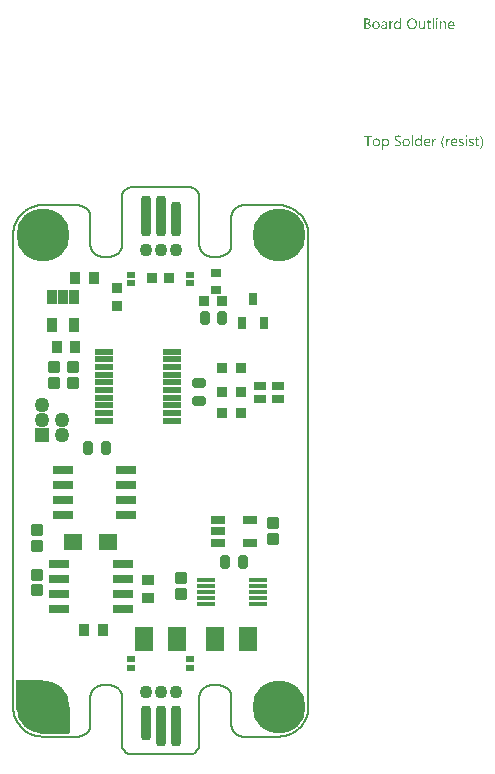
<source format=gts>
G04*
G04 #@! TF.GenerationSoftware,Altium Limited,Altium Designer,21.9.2 (33)*
G04*
G04 Layer_Color=8388736*
%FSLAX44Y44*%
%MOMM*%
G71*
G04*
G04 #@! TF.SameCoordinates,2EA8CFF5-2370-4CCC-882B-FB9061A37F0A*
G04*
G04*
G04 #@! TF.FilePolarity,Negative*
G04*
G01*
G75*
%ADD12C,0.2000*%
G04:AMPARAMS|DCode=39|XSize=1.1mm|YSize=0.95mm|CornerRadius=0.175mm|HoleSize=0mm|Usage=FLASHONLY|Rotation=0.000|XOffset=0mm|YOffset=0mm|HoleType=Round|Shape=RoundedRectangle|*
%AMROUNDEDRECTD39*
21,1,1.1000,0.6000,0,0,0.0*
21,1,0.7500,0.9500,0,0,0.0*
1,1,0.3500,0.3750,-0.3000*
1,1,0.3500,-0.3750,-0.3000*
1,1,0.3500,-0.3750,0.3000*
1,1,0.3500,0.3750,0.3000*
%
%ADD39ROUNDEDRECTD39*%
G04:AMPARAMS|DCode=40|XSize=1.1mm|YSize=0.95mm|CornerRadius=0.155mm|HoleSize=0mm|Usage=FLASHONLY|Rotation=0.000|XOffset=0mm|YOffset=0mm|HoleType=Round|Shape=RoundedRectangle|*
%AMROUNDEDRECTD40*
21,1,1.1000,0.6400,0,0,0.0*
21,1,0.7900,0.9500,0,0,0.0*
1,1,0.3100,0.3950,-0.3200*
1,1,0.3100,-0.3950,-0.3200*
1,1,0.3100,-0.3950,0.3200*
1,1,0.3100,0.3950,0.3200*
%
%ADD40ROUNDEDRECTD40*%
G04:AMPARAMS|DCode=41|XSize=0.9mm|YSize=3.45mm|CornerRadius=0.351mm|HoleSize=0mm|Usage=FLASHONLY|Rotation=0.000|XOffset=0mm|YOffset=0mm|HoleType=Round|Shape=RoundedRectangle|*
%AMROUNDEDRECTD41*
21,1,0.9000,2.7480,0,0,0.0*
21,1,0.1980,3.4500,0,0,0.0*
1,1,0.7020,0.0990,-1.3740*
1,1,0.7020,-0.0990,-1.3740*
1,1,0.7020,-0.0990,1.3740*
1,1,0.7020,0.0990,1.3740*
%
%ADD41ROUNDEDRECTD41*%
G04:AMPARAMS|DCode=42|XSize=0.9mm|YSize=2.95mm|CornerRadius=0.351mm|HoleSize=0mm|Usage=FLASHONLY|Rotation=0.000|XOffset=0mm|YOffset=0mm|HoleType=Round|Shape=RoundedRectangle|*
%AMROUNDEDRECTD42*
21,1,0.9000,2.2480,0,0,0.0*
21,1,0.1980,2.9500,0,0,0.0*
1,1,0.7020,0.0990,-1.1240*
1,1,0.7020,-0.0990,-1.1240*
1,1,0.7020,-0.0990,1.1240*
1,1,0.7020,0.0990,1.1240*
%
%ADD42ROUNDEDRECTD42*%
%ADD43R,1.5000X0.5500*%
G04:AMPARAMS|DCode=44|XSize=1.15mm|YSize=0.85mm|CornerRadius=0.1625mm|HoleSize=0mm|Usage=FLASHONLY|Rotation=270.000|XOffset=0mm|YOffset=0mm|HoleType=Round|Shape=RoundedRectangle|*
%AMROUNDEDRECTD44*
21,1,1.1500,0.5250,0,0,270.0*
21,1,0.8250,0.8500,0,0,270.0*
1,1,0.3250,-0.2625,-0.4125*
1,1,0.3250,-0.2625,0.4125*
1,1,0.3250,0.2625,0.4125*
1,1,0.3250,0.2625,-0.4125*
%
%ADD44ROUNDEDRECTD44*%
%ADD45R,1.7000X0.7500*%
%ADD46R,0.9120X0.9628*%
%ADD47R,0.7500X1.0500*%
G04:AMPARAMS|DCode=48|XSize=1.15mm|YSize=0.85mm|CornerRadius=0.1625mm|HoleSize=0mm|Usage=FLASHONLY|Rotation=0.000|XOffset=0mm|YOffset=0mm|HoleType=Round|Shape=RoundedRectangle|*
%AMROUNDEDRECTD48*
21,1,1.1500,0.5250,0,0,0.0*
21,1,0.8250,0.8500,0,0,0.0*
1,1,0.3250,0.4125,-0.2625*
1,1,0.3250,-0.4125,-0.2625*
1,1,0.3250,-0.4125,0.2625*
1,1,0.3250,0.4125,0.2625*
%
%ADD48ROUNDEDRECTD48*%
%ADD49R,0.9500X1.0500*%
%ADD50R,0.9628X0.9120*%
%ADD51R,0.9500X0.9500*%
%ADD52R,1.6000X0.4500*%
%ADD53R,1.2100X0.8000*%
%ADD54R,1.2100X0.7500*%
%ADD55R,1.0500X0.9500*%
%ADD56R,1.5500X2.1500*%
%ADD57R,0.8000X0.5000*%
%ADD58R,0.8500X1.1500*%
%ADD59R,1.6000X1.3500*%
%ADD60R,0.9500X0.7500*%
%ADD61R,1.0000X0.7000*%
%ADD62C,1.1000*%
%ADD63C,0.1500*%
%ADD64C,4.5000*%
%ADD65C,1.2600*%
%ADD66R,1.2600X1.2600*%
G36*
X564991Y274449D02*
X565054Y274449D01*
X565195Y274386D01*
X565274Y274339D01*
X565353Y274276D01*
X565368Y274261D01*
X565384Y274245D01*
X565463Y274151D01*
X565526Y273993D01*
X565541Y273899D01*
X565557Y273805D01*
X565557Y273789D01*
X565557Y273757D01*
X565541Y273710D01*
X565526Y273647D01*
X565478Y273490D01*
X565416Y273412D01*
X565353Y273333D01*
X565337Y273333D01*
X565321Y273302D01*
X565227Y273239D01*
X565085Y273176D01*
X564991Y273160D01*
X564897Y273144D01*
X564850Y273144D01*
X564802Y273160D01*
X564739Y273160D01*
X564582Y273223D01*
X564504Y273254D01*
X564425Y273317D01*
X564425Y273333D01*
X564394Y273349D01*
X564362Y273396D01*
X564331Y273443D01*
X564268Y273600D01*
X564252Y273694D01*
X564236Y273805D01*
X564236Y273820D01*
X564236Y273852D01*
X564252Y273899D01*
X564268Y273978D01*
X564315Y274119D01*
X564362Y274198D01*
X564425Y274276D01*
X564441Y274292D01*
X564456Y274308D01*
X564551Y274371D01*
X564708Y274433D01*
X564802Y274465D01*
X564944Y274465D01*
X564991Y274449D01*
X564991Y274449D02*
G37*
G36*
X534536Y265141D02*
X533514Y265141D01*
X533514Y266211D01*
X533483Y266211D01*
X533483Y266195D01*
X533451Y266163D01*
X533404Y266101D01*
X533357Y266022D01*
X533279Y265928D01*
X533184Y265833D01*
X533074Y265723D01*
X532948Y265613D01*
X532807Y265487D01*
X532634Y265377D01*
X532461Y265283D01*
X532257Y265189D01*
X532052Y265110D01*
X531816Y265047D01*
X531565Y265016D01*
X531297Y265000D01*
X531188Y265000D01*
X531093Y265016D01*
X530999Y265031D01*
X530873Y265047D01*
X530606Y265110D01*
X530291Y265204D01*
X529977Y265361D01*
X529804Y265456D01*
X529662Y265566D01*
X529505Y265707D01*
X529364Y265849D01*
X529364Y265865D01*
X529332Y265896D01*
X529301Y265943D01*
X529254Y266006D01*
X529206Y266085D01*
X529143Y266195D01*
X529081Y266321D01*
X529018Y266462D01*
X528939Y266619D01*
X528876Y266792D01*
X528813Y266981D01*
X528766Y267185D01*
X528719Y267405D01*
X528688Y267657D01*
X528672Y267909D01*
X528656Y268176D01*
X528656Y268192D01*
X528656Y268239D01*
X528656Y268333D01*
X528672Y268443D01*
X528688Y268569D01*
X528703Y268726D01*
X528719Y268899D01*
X528750Y269088D01*
X528845Y269497D01*
X528986Y269921D01*
X529081Y270126D01*
X529191Y270330D01*
X529301Y270519D01*
X529442Y270707D01*
X529458Y270723D01*
X529474Y270754D01*
X529521Y270802D01*
X529584Y270865D01*
X529662Y270927D01*
X529772Y271006D01*
X529883Y271100D01*
X530008Y271195D01*
X530323Y271368D01*
X530684Y271525D01*
X530889Y271572D01*
X531109Y271619D01*
X531329Y271651D01*
X531581Y271666D01*
X531706Y271666D01*
X531801Y271651D01*
X531895Y271635D01*
X532021Y271619D01*
X532304Y271541D01*
X532618Y271415D01*
X532775Y271336D01*
X532933Y271226D01*
X533090Y271116D01*
X533231Y270975D01*
X533357Y270817D01*
X533483Y270629D01*
X533514Y270629D01*
X533514Y274591D01*
X534536Y274591D01*
X534536Y265141D01*
X534536Y265141D02*
G37*
G36*
X570777Y271651D02*
X570966Y271635D01*
X571202Y271588D01*
X571453Y271509D01*
X571720Y271383D01*
X571988Y271210D01*
X572098Y271116D01*
X572208Y270990D01*
X572239Y270959D01*
X572302Y270865D01*
X572381Y270707D01*
X572491Y270487D01*
X572585Y270220D01*
X572679Y269890D01*
X572742Y269497D01*
X572758Y269041D01*
X572758Y265141D01*
X571736Y265141D01*
X571736Y268773D01*
X571736Y268789D01*
X571736Y268868D01*
X571720Y268962D01*
X571720Y269088D01*
X571689Y269245D01*
X571657Y269418D01*
X571610Y269607D01*
X571547Y269795D01*
X571469Y269984D01*
X571374Y270157D01*
X571249Y270330D01*
X571107Y270487D01*
X570950Y270613D01*
X570746Y270707D01*
X570525Y270786D01*
X570258Y270802D01*
X570227Y270802D01*
X570132Y270786D01*
X569991Y270770D01*
X569818Y270723D01*
X569613Y270660D01*
X569393Y270550D01*
X569189Y270408D01*
X568985Y270220D01*
X568969Y270188D01*
X568906Y270126D01*
X568827Y270000D01*
X568733Y269827D01*
X568639Y269622D01*
X568560Y269371D01*
X568497Y269088D01*
X568481Y268773D01*
X568481Y265141D01*
X567459Y265141D01*
X567459Y271525D01*
X568481Y271525D01*
X568481Y270456D01*
X568513Y270456D01*
X568529Y270471D01*
X568544Y270503D01*
X568591Y270566D01*
X568654Y270644D01*
X568717Y270739D01*
X568812Y270833D01*
X568922Y270943D01*
X569048Y271069D01*
X569189Y271179D01*
X569346Y271289D01*
X569519Y271383D01*
X569708Y271478D01*
X569897Y271556D01*
X570117Y271619D01*
X570353Y271651D01*
X570604Y271666D01*
X570698Y271666D01*
X570777Y271651D01*
X570777Y271651D02*
G37*
G36*
X527603Y271619D02*
X527791Y271603D01*
X527901Y271572D01*
X527980Y271541D01*
X527980Y270487D01*
X527964Y270503D01*
X527933Y270519D01*
X527870Y270550D01*
X527791Y270597D01*
X527681Y270629D01*
X527540Y270660D01*
X527383Y270676D01*
X527210Y270692D01*
X527178Y270692D01*
X527100Y270676D01*
X526974Y270660D01*
X526832Y270613D01*
X526644Y270534D01*
X526471Y270424D01*
X526282Y270267D01*
X526109Y270063D01*
X526093Y270031D01*
X526046Y269953D01*
X525968Y269811D01*
X525889Y269622D01*
X525810Y269387D01*
X525732Y269088D01*
X525685Y268758D01*
X525669Y268380D01*
X525669Y265141D01*
X524647Y265141D01*
X524647Y271525D01*
X525669Y271525D01*
X525669Y270204D01*
X525700Y270204D01*
X525700Y270220D01*
X525716Y270236D01*
X525747Y270314D01*
X525795Y270440D01*
X525873Y270597D01*
X525952Y270754D01*
X526078Y270927D01*
X526203Y271100D01*
X526361Y271257D01*
X526376Y271273D01*
X526439Y271320D01*
X526534Y271383D01*
X526659Y271446D01*
X526801Y271509D01*
X526974Y271572D01*
X527163Y271619D01*
X527367Y271635D01*
X527508Y271635D01*
X527603Y271619D01*
X527603Y271619D02*
G37*
G36*
X554881Y265141D02*
X553859Y265141D01*
X553859Y266148D01*
X553828Y266148D01*
X553828Y266132D01*
X553797Y266101D01*
X553765Y266038D01*
X553702Y265975D01*
X553561Y265786D01*
X553341Y265582D01*
X553215Y265472D01*
X553073Y265361D01*
X552916Y265267D01*
X552727Y265173D01*
X552539Y265110D01*
X552334Y265047D01*
X552099Y265016D01*
X551863Y265000D01*
X551768Y265000D01*
X551658Y265016D01*
X551501Y265047D01*
X551328Y265079D01*
X551139Y265141D01*
X550935Y265220D01*
X550731Y265346D01*
X550510Y265487D01*
X550306Y265660D01*
X550117Y265880D01*
X549944Y266148D01*
X549787Y266446D01*
X549677Y266808D01*
X549614Y267232D01*
X549583Y267453D01*
X549583Y267704D01*
X549583Y271525D01*
X550589Y271525D01*
X550589Y267861D01*
X550589Y267846D01*
X550589Y267783D01*
X550605Y267673D01*
X550621Y267547D01*
X550636Y267390D01*
X550668Y267232D01*
X550715Y267044D01*
X550778Y266855D01*
X550872Y266667D01*
X550966Y266494D01*
X551092Y266321D01*
X551250Y266163D01*
X551422Y266038D01*
X551627Y265943D01*
X551878Y265865D01*
X552146Y265849D01*
X552177Y265849D01*
X552271Y265865D01*
X552413Y265880D01*
X552570Y265912D01*
X552775Y265991D01*
X552979Y266085D01*
X553183Y266211D01*
X553372Y266399D01*
X553388Y266431D01*
X553451Y266494D01*
X553529Y266619D01*
X553624Y266792D01*
X553702Y266997D01*
X553781Y267248D01*
X553844Y267531D01*
X553859Y267846D01*
X553859Y271525D01*
X554881Y271525D01*
X554881Y265141D01*
X554881Y265141D02*
G37*
G36*
X565384Y265141D02*
X564362Y265141D01*
X564362Y271525D01*
X565384Y271525D01*
X565384Y265141D01*
X565384Y265141D02*
G37*
G36*
X562287Y265141D02*
X561265Y265141D01*
X561265Y274591D01*
X562287Y274591D01*
X562287Y265141D01*
X562287Y265141D02*
G37*
G36*
X520685Y271651D02*
X520826Y271635D01*
X520999Y271588D01*
X521188Y271541D01*
X521392Y271462D01*
X521612Y271368D01*
X521817Y271242D01*
X522021Y271085D01*
X522210Y270896D01*
X522383Y270660D01*
X522524Y270393D01*
X522634Y270078D01*
X522697Y269717D01*
X522729Y269292D01*
X522729Y265141D01*
X521707Y265141D01*
X521707Y266132D01*
X521675Y266132D01*
X521675Y266116D01*
X521644Y266085D01*
X521612Y266022D01*
X521549Y265959D01*
X521392Y265770D01*
X521188Y265566D01*
X520905Y265361D01*
X520575Y265173D01*
X520370Y265110D01*
X520166Y265047D01*
X519946Y265016D01*
X519710Y265000D01*
X519616Y265000D01*
X519553Y265016D01*
X519380Y265031D01*
X519175Y265063D01*
X518924Y265126D01*
X518688Y265204D01*
X518436Y265330D01*
X518216Y265487D01*
X518201Y265519D01*
X518138Y265582D01*
X518043Y265692D01*
X517949Y265849D01*
X517855Y266038D01*
X517760Y266258D01*
X517697Y266525D01*
X517682Y266824D01*
X517682Y266840D01*
X517682Y266902D01*
X517697Y266997D01*
X517713Y267107D01*
X517745Y267248D01*
X517792Y267405D01*
X517855Y267578D01*
X517949Y267751D01*
X518059Y267940D01*
X518201Y268129D01*
X518373Y268302D01*
X518578Y268459D01*
X518814Y268616D01*
X519097Y268742D01*
X519411Y268836D01*
X519789Y268915D01*
X521707Y269182D01*
X521707Y269198D01*
X521707Y269245D01*
X521691Y269339D01*
X521691Y269434D01*
X521660Y269559D01*
X521644Y269701D01*
X521549Y270000D01*
X521471Y270141D01*
X521392Y270283D01*
X521282Y270424D01*
X521156Y270550D01*
X520999Y270660D01*
X520826Y270739D01*
X520622Y270786D01*
X520386Y270802D01*
X520276Y270802D01*
X520197Y270786D01*
X520087Y270786D01*
X519977Y270754D01*
X519694Y270707D01*
X519380Y270613D01*
X519034Y270471D01*
X518845Y270377D01*
X518672Y270283D01*
X518484Y270157D01*
X518311Y270015D01*
X518311Y271069D01*
X518326Y271069D01*
X518358Y271100D01*
X518405Y271132D01*
X518484Y271163D01*
X518562Y271210D01*
X518672Y271257D01*
X518798Y271305D01*
X518940Y271368D01*
X519254Y271478D01*
X519631Y271572D01*
X520040Y271635D01*
X520480Y271666D01*
X520575Y271666D01*
X520685Y271651D01*
X520685Y271651D02*
G37*
G36*
X506236Y274056D02*
X506346Y274056D01*
X506456Y274040D01*
X506707Y274009D01*
X507006Y273930D01*
X507321Y273836D01*
X507619Y273694D01*
X507887Y273506D01*
X507902Y273506D01*
X507918Y273474D01*
X507997Y273412D01*
X508107Y273286D01*
X508232Y273113D01*
X508343Y272893D01*
X508453Y272641D01*
X508531Y272358D01*
X508563Y272201D01*
X508563Y272028D01*
X508563Y272012D01*
X508563Y271996D01*
X508563Y271902D01*
X508547Y271761D01*
X508516Y271588D01*
X508468Y271368D01*
X508390Y271147D01*
X508295Y270927D01*
X508154Y270707D01*
X508138Y270676D01*
X508075Y270613D01*
X507981Y270519D01*
X507855Y270393D01*
X507698Y270267D01*
X507509Y270126D01*
X507273Y270015D01*
X507022Y269905D01*
X507022Y269890D01*
X507069Y269890D01*
X507116Y269874D01*
X507163Y269858D01*
X507336Y269827D01*
X507541Y269764D01*
X507761Y269669D01*
X507997Y269559D01*
X508232Y269402D01*
X508453Y269198D01*
X508484Y269166D01*
X508547Y269088D01*
X508625Y268978D01*
X508736Y268805D01*
X508830Y268585D01*
X508924Y268333D01*
X508987Y268034D01*
X509003Y267704D01*
X509003Y267689D01*
X509003Y267657D01*
X509003Y267594D01*
X508987Y267516D01*
X508971Y267421D01*
X508956Y267311D01*
X508893Y267044D01*
X508798Y266745D01*
X508657Y266431D01*
X508563Y266289D01*
X508453Y266132D01*
X508311Y265991D01*
X508170Y265849D01*
X508154Y265849D01*
X508138Y265818D01*
X508091Y265786D01*
X508028Y265739D01*
X507949Y265692D01*
X507839Y265629D01*
X507604Y265503D01*
X507305Y265361D01*
X506959Y265252D01*
X506550Y265173D01*
X506346Y265157D01*
X506110Y265141D01*
X503500Y265141D01*
X503500Y274072D01*
X506157Y274072D01*
X506236Y274056D01*
X506236Y274056D02*
G37*
G36*
X558293Y271525D02*
X559913Y271525D01*
X559913Y270644D01*
X558293Y270644D01*
X558293Y267044D01*
X558293Y267012D01*
X558293Y266934D01*
X558309Y266824D01*
X558325Y266682D01*
X558388Y266383D01*
X558435Y266242D01*
X558513Y266132D01*
X558529Y266116D01*
X558560Y266085D01*
X558608Y266053D01*
X558686Y266006D01*
X558781Y265943D01*
X558906Y265912D01*
X559064Y265880D01*
X559237Y265865D01*
X559300Y265865D01*
X559378Y265880D01*
X559472Y265896D01*
X559692Y265959D01*
X559803Y266006D01*
X559913Y266069D01*
X559913Y265189D01*
X559897Y265189D01*
X559850Y265157D01*
X559771Y265141D01*
X559661Y265110D01*
X559520Y265079D01*
X559362Y265047D01*
X559174Y265031D01*
X558954Y265016D01*
X558875Y265016D01*
X558796Y265031D01*
X558686Y265047D01*
X558560Y265079D01*
X558419Y265110D01*
X558278Y265173D01*
X558120Y265252D01*
X557963Y265346D01*
X557806Y265472D01*
X557664Y265613D01*
X557538Y265802D01*
X557429Y266006D01*
X557350Y266258D01*
X557287Y266541D01*
X557271Y266871D01*
X557271Y270644D01*
X556186Y270644D01*
X556186Y271525D01*
X557271Y271525D01*
X557271Y273081D01*
X558293Y273412D01*
X558293Y271525D01*
X558293Y271525D02*
G37*
G36*
X577412Y271651D02*
X577522Y271635D01*
X577632Y271619D01*
X577915Y271572D01*
X578229Y271462D01*
X578544Y271320D01*
X578701Y271226D01*
X578858Y271116D01*
X579000Y270990D01*
X579141Y270849D01*
X579157Y270833D01*
X579173Y270817D01*
X579204Y270770D01*
X579251Y270707D01*
X579299Y270613D01*
X579361Y270519D01*
X579424Y270408D01*
X579487Y270267D01*
X579550Y270110D01*
X579613Y269953D01*
X579676Y269764D01*
X579723Y269559D01*
X579770Y269339D01*
X579802Y269119D01*
X579833Y268868D01*
X579833Y268600D01*
X579833Y268066D01*
X575321Y268066D01*
X575321Y268050D01*
X575321Y268019D01*
X575321Y267971D01*
X575336Y267893D01*
X575352Y267799D01*
X575352Y267704D01*
X575399Y267453D01*
X575478Y267201D01*
X575572Y266918D01*
X575714Y266651D01*
X575887Y266415D01*
X575918Y266383D01*
X575981Y266321D01*
X576107Y266242D01*
X576280Y266132D01*
X576500Y266022D01*
X576752Y265943D01*
X577050Y265880D01*
X577396Y265849D01*
X577506Y265849D01*
X577585Y265865D01*
X577679Y265865D01*
X577789Y265880D01*
X578056Y265943D01*
X578355Y266022D01*
X578685Y266148D01*
X579031Y266321D01*
X579204Y266431D01*
X579377Y266556D01*
X579377Y265597D01*
X579361Y265597D01*
X579346Y265566D01*
X579299Y265550D01*
X579220Y265503D01*
X579141Y265456D01*
X579047Y265409D01*
X578921Y265361D01*
X578796Y265299D01*
X578638Y265236D01*
X578465Y265189D01*
X578088Y265094D01*
X577648Y265031D01*
X577160Y265000D01*
X577035Y265000D01*
X576940Y265016D01*
X576830Y265031D01*
X576689Y265047D01*
X576390Y265110D01*
X576044Y265204D01*
X575698Y265361D01*
X575525Y265472D01*
X575352Y265582D01*
X575195Y265707D01*
X575038Y265865D01*
X575022Y265880D01*
X575006Y265912D01*
X574975Y265959D01*
X574912Y266022D01*
X574865Y266116D01*
X574802Y266226D01*
X574723Y266352D01*
X574660Y266494D01*
X574582Y266651D01*
X574519Y266840D01*
X574440Y267044D01*
X574393Y267264D01*
X574346Y267500D01*
X574299Y267751D01*
X574283Y268019D01*
X574267Y268302D01*
X574267Y268317D01*
X574267Y268365D01*
X574267Y268443D01*
X574283Y268553D01*
X574299Y268679D01*
X574314Y268820D01*
X574330Y268993D01*
X574377Y269166D01*
X574472Y269544D01*
X574613Y269953D01*
X574708Y270157D01*
X574833Y270346D01*
X574959Y270550D01*
X575101Y270723D01*
X575116Y270739D01*
X575148Y270770D01*
X575195Y270817D01*
X575258Y270865D01*
X575336Y270943D01*
X575431Y271022D01*
X575557Y271100D01*
X575682Y271195D01*
X575981Y271368D01*
X576343Y271525D01*
X576547Y271572D01*
X576752Y271619D01*
X576972Y271651D01*
X577207Y271666D01*
X577333Y271666D01*
X577412Y271651D01*
X577412Y271651D02*
G37*
G36*
X544284Y274213D02*
X544442Y274198D01*
X544630Y274166D01*
X544835Y274119D01*
X545055Y274072D01*
X545275Y274009D01*
X545527Y273930D01*
X545762Y273820D01*
X546014Y273694D01*
X546265Y273553D01*
X546501Y273380D01*
X546737Y273191D01*
X546957Y272971D01*
X546973Y272956D01*
X547004Y272908D01*
X547067Y272845D01*
X547130Y272751D01*
X547225Y272625D01*
X547319Y272468D01*
X547413Y272295D01*
X547523Y272106D01*
X547633Y271871D01*
X547728Y271635D01*
X547822Y271368D01*
X547916Y271069D01*
X547979Y270770D01*
X548042Y270440D01*
X548074Y270078D01*
X548089Y269717D01*
X548089Y269685D01*
X548089Y269622D01*
X548089Y269512D01*
X548074Y269355D01*
X548058Y269166D01*
X548026Y268962D01*
X547995Y268726D01*
X547948Y268459D01*
X547885Y268192D01*
X547806Y267909D01*
X547712Y267626D01*
X547602Y267343D01*
X547460Y267044D01*
X547303Y266777D01*
X547130Y266509D01*
X546926Y266258D01*
X546910Y266242D01*
X546879Y266211D01*
X546800Y266148D01*
X546721Y266069D01*
X546596Y265959D01*
X546454Y265865D01*
X546297Y265739D01*
X546108Y265629D01*
X545904Y265519D01*
X545668Y265393D01*
X545416Y265299D01*
X545133Y265204D01*
X544835Y265110D01*
X544520Y265047D01*
X544190Y265016D01*
X543828Y265000D01*
X543750Y265000D01*
X543640Y265016D01*
X543514Y265016D01*
X543357Y265031D01*
X543168Y265063D01*
X542964Y265110D01*
X542728Y265157D01*
X542492Y265220D01*
X542240Y265299D01*
X541989Y265409D01*
X541737Y265519D01*
X541486Y265660D01*
X541234Y265833D01*
X540998Y266022D01*
X540778Y266242D01*
X540762Y266258D01*
X540731Y266305D01*
X540668Y266368D01*
X540605Y266462D01*
X540511Y266588D01*
X540417Y266745D01*
X540322Y266918D01*
X540212Y267122D01*
X540102Y267343D01*
X540008Y267578D01*
X539913Y267846D01*
X539819Y268144D01*
X539756Y268443D01*
X539693Y268773D01*
X539662Y269135D01*
X539646Y269497D01*
X539646Y269528D01*
X539646Y269591D01*
X539662Y269701D01*
X539662Y269858D01*
X539678Y270031D01*
X539709Y270251D01*
X539741Y270487D01*
X539788Y270739D01*
X539851Y271006D01*
X539929Y271289D01*
X540024Y271572D01*
X540134Y271855D01*
X540275Y272138D01*
X540432Y272421D01*
X540605Y272688D01*
X540810Y272940D01*
X540825Y272956D01*
X540857Y273003D01*
X540936Y273066D01*
X541030Y273144D01*
X541140Y273239D01*
X541281Y273349D01*
X541454Y273459D01*
X541643Y273584D01*
X541863Y273710D01*
X542099Y273820D01*
X542351Y273930D01*
X542634Y274025D01*
X542948Y274103D01*
X543278Y274182D01*
X543624Y274213D01*
X543986Y274229D01*
X544159Y274229D01*
X544284Y274213D01*
X544284Y274213D02*
G37*
G36*
X513735Y271651D02*
X513845Y271635D01*
X513987Y271619D01*
X514301Y271556D01*
X514663Y271446D01*
X515025Y271289D01*
X515213Y271195D01*
X515386Y271085D01*
X515559Y270943D01*
X515716Y270786D01*
X515732Y270770D01*
X515748Y270739D01*
X515795Y270692D01*
X515842Y270629D01*
X515905Y270534D01*
X515968Y270424D01*
X516047Y270298D01*
X516125Y270157D01*
X516188Y269984D01*
X516267Y269811D01*
X516330Y269607D01*
X516393Y269387D01*
X516440Y269151D01*
X516487Y268899D01*
X516502Y268632D01*
X516518Y268349D01*
X516518Y268333D01*
X516518Y268286D01*
X516518Y268207D01*
X516502Y268097D01*
X516487Y267971D01*
X516471Y267814D01*
X516440Y267657D01*
X516408Y267468D01*
X516314Y267091D01*
X516157Y266682D01*
X516062Y266478D01*
X515937Y266273D01*
X515811Y266085D01*
X515653Y265912D01*
X515638Y265896D01*
X515606Y265880D01*
X515559Y265833D01*
X515496Y265770D01*
X515402Y265707D01*
X515308Y265629D01*
X515182Y265534D01*
X515040Y265456D01*
X514883Y265377D01*
X514710Y265283D01*
X514521Y265204D01*
X514317Y265141D01*
X514097Y265079D01*
X513861Y265047D01*
X513610Y265016D01*
X513342Y265000D01*
X513201Y265000D01*
X513106Y265016D01*
X512996Y265031D01*
X512855Y265047D01*
X512698Y265079D01*
X512525Y265110D01*
X512163Y265220D01*
X511786Y265377D01*
X511597Y265472D01*
X511424Y265597D01*
X511251Y265723D01*
X511078Y265880D01*
X511063Y265896D01*
X511047Y265928D01*
X511000Y265975D01*
X510952Y266038D01*
X510890Y266132D01*
X510811Y266242D01*
X510732Y266368D01*
X510670Y266509D01*
X510591Y266682D01*
X510512Y266855D01*
X510434Y267044D01*
X510371Y267264D01*
X510276Y267736D01*
X510261Y267987D01*
X510245Y268255D01*
X510245Y268270D01*
X510245Y268333D01*
X510245Y268412D01*
X510261Y268522D01*
X510276Y268648D01*
X510292Y268805D01*
X510324Y268978D01*
X510355Y269166D01*
X510449Y269575D01*
X510607Y269984D01*
X510717Y270188D01*
X510827Y270393D01*
X510952Y270581D01*
X511110Y270754D01*
X511125Y270770D01*
X511157Y270802D01*
X511204Y270833D01*
X511267Y270896D01*
X511361Y270959D01*
X511471Y271037D01*
X511597Y271132D01*
X511739Y271210D01*
X511896Y271289D01*
X512085Y271383D01*
X512273Y271462D01*
X512493Y271525D01*
X512713Y271588D01*
X512965Y271635D01*
X513232Y271651D01*
X513499Y271666D01*
X513641Y271666D01*
X513735Y271651D01*
X513735Y271651D02*
G37*
G36*
X589927Y175232D02*
X589990Y175232D01*
X590131Y175169D01*
X590210Y175122D01*
X590289Y175059D01*
X590304Y175043D01*
X590320Y175028D01*
X590399Y174933D01*
X590462Y174776D01*
X590477Y174682D01*
X590493Y174587D01*
X590493Y174572D01*
X590493Y174540D01*
X590477Y174493D01*
X590462Y174430D01*
X590415Y174273D01*
X590352Y174194D01*
X590289Y174116D01*
X590273Y174116D01*
X590257Y174084D01*
X590163Y174021D01*
X590021Y173959D01*
X589927Y173943D01*
X589833Y173927D01*
X589786Y173927D01*
X589738Y173943D01*
X589675Y173943D01*
X589518Y174006D01*
X589440Y174037D01*
X589361Y174100D01*
X589361Y174116D01*
X589330Y174132D01*
X589298Y174179D01*
X589267Y174226D01*
X589204Y174383D01*
X589188Y174477D01*
X589172Y174587D01*
X589172Y174603D01*
X589172Y174635D01*
X589188Y174682D01*
X589204Y174760D01*
X589251Y174902D01*
X589298Y174981D01*
X589361Y175059D01*
X589377Y175075D01*
X589393Y175091D01*
X589487Y175154D01*
X589644Y175216D01*
X589738Y175248D01*
X589880Y175248D01*
X589927Y175232D01*
X589927Y175232D02*
G37*
G36*
X532603Y174996D02*
X532728Y174996D01*
X533011Y174965D01*
X533326Y174933D01*
X533640Y174870D01*
X533939Y174792D01*
X534065Y174745D01*
X534190Y174682D01*
X534190Y173503D01*
X534175Y173503D01*
X534159Y173534D01*
X534112Y173550D01*
X534049Y173597D01*
X533970Y173628D01*
X533876Y173676D01*
X533640Y173786D01*
X533357Y173880D01*
X533011Y173974D01*
X532603Y174037D01*
X532162Y174053D01*
X532037Y174053D01*
X531942Y174037D01*
X531848Y174037D01*
X531722Y174021D01*
X531470Y173974D01*
X531455Y173974D01*
X531408Y173959D01*
X531345Y173943D01*
X531266Y173927D01*
X531077Y173848D01*
X530857Y173754D01*
X530842Y173754D01*
X530810Y173723D01*
X530763Y173691D01*
X530700Y173644D01*
X530559Y173503D01*
X530417Y173330D01*
X530417Y173314D01*
X530386Y173283D01*
X530370Y173235D01*
X530338Y173157D01*
X530307Y173062D01*
X530291Y172968D01*
X530260Y172717D01*
X530260Y172701D01*
X530260Y172654D01*
X530260Y172591D01*
X530275Y172512D01*
X530307Y172323D01*
X530386Y172119D01*
X530386Y172103D01*
X530417Y172072D01*
X530433Y172025D01*
X530480Y171962D01*
X530606Y171820D01*
X530763Y171663D01*
X530779Y171647D01*
X530810Y171632D01*
X530857Y171584D01*
X530936Y171537D01*
X531030Y171474D01*
X531125Y171411D01*
X531376Y171254D01*
X531392Y171239D01*
X531439Y171223D01*
X531518Y171176D01*
X531612Y171129D01*
X531738Y171066D01*
X531879Y171003D01*
X532194Y170846D01*
X532209Y170830D01*
X532272Y170798D01*
X532367Y170751D01*
X532492Y170688D01*
X532634Y170625D01*
X532791Y170531D01*
X533106Y170342D01*
X533121Y170327D01*
X533184Y170295D01*
X533263Y170248D01*
X533373Y170169D01*
X533609Y169981D01*
X533860Y169761D01*
X533876Y169745D01*
X533923Y169713D01*
X533970Y169635D01*
X534049Y169556D01*
X534128Y169446D01*
X534222Y169336D01*
X534379Y169053D01*
X534395Y169037D01*
X534411Y168990D01*
X534442Y168912D01*
X534473Y168802D01*
X534505Y168676D01*
X534536Y168519D01*
X534568Y168361D01*
X534568Y168173D01*
X534568Y168141D01*
X534568Y168063D01*
X534552Y167937D01*
X534536Y167780D01*
X534505Y167607D01*
X534458Y167418D01*
X534395Y167229D01*
X534300Y167056D01*
X534285Y167041D01*
X534253Y166978D01*
X534190Y166899D01*
X534128Y166789D01*
X534017Y166679D01*
X533908Y166553D01*
X533766Y166427D01*
X533609Y166302D01*
X533593Y166286D01*
X533530Y166255D01*
X533436Y166207D01*
X533310Y166144D01*
X533168Y166082D01*
X532996Y166019D01*
X532791Y165956D01*
X532587Y165909D01*
X532555Y165909D01*
X532492Y165893D01*
X532382Y165877D01*
X532225Y165846D01*
X532052Y165830D01*
X531848Y165799D01*
X531628Y165783D01*
X531250Y165783D01*
X531077Y165799D01*
X530857Y165814D01*
X530810Y165814D01*
X530747Y165830D01*
X530669Y165846D01*
X530464Y165861D01*
X530228Y165909D01*
X530213Y165909D01*
X530165Y165924D01*
X530103Y165940D01*
X530024Y165956D01*
X529835Y166003D01*
X529615Y166066D01*
X529599Y166066D01*
X529568Y166082D01*
X529521Y166097D01*
X529458Y166129D01*
X529301Y166192D01*
X529143Y166286D01*
X529143Y167512D01*
X529159Y167497D01*
X529191Y167481D01*
X529222Y167449D01*
X529285Y167402D01*
X529458Y167292D01*
X529662Y167166D01*
X529678Y167166D01*
X529710Y167151D01*
X529772Y167119D01*
X529851Y167088D01*
X530055Y166994D01*
X530275Y166915D01*
X530291Y166915D01*
X530338Y166899D01*
X530401Y166883D01*
X530480Y166868D01*
X530700Y166805D01*
X530936Y166758D01*
X530999Y166758D01*
X531062Y166742D01*
X531140Y166742D01*
X531329Y166726D01*
X531549Y166710D01*
X531706Y166710D01*
X531879Y166726D01*
X532099Y166758D01*
X532335Y166789D01*
X532571Y166852D01*
X532791Y166946D01*
X532996Y167056D01*
X533011Y167072D01*
X533074Y167119D01*
X533153Y167214D01*
X533231Y167324D01*
X533326Y167465D01*
X533389Y167654D01*
X533451Y167858D01*
X533467Y168094D01*
X533467Y168110D01*
X533467Y168157D01*
X533467Y168220D01*
X533451Y168314D01*
X533404Y168519D01*
X533310Y168723D01*
X533310Y168739D01*
X533279Y168770D01*
X533247Y168817D01*
X533200Y168880D01*
X533058Y169037D01*
X532870Y169210D01*
X532854Y169226D01*
X532823Y169258D01*
X532760Y169289D01*
X532681Y169352D01*
X532587Y169415D01*
X532477Y169493D01*
X532209Y169635D01*
X532194Y169651D01*
X532146Y169666D01*
X532068Y169713D01*
X531958Y169761D01*
X531848Y169839D01*
X531706Y169902D01*
X531376Y170075D01*
X531360Y170091D01*
X531297Y170122D01*
X531203Y170169D01*
X531093Y170217D01*
X530967Y170295D01*
X530826Y170374D01*
X530511Y170547D01*
X530496Y170562D01*
X530448Y170594D01*
X530370Y170641D01*
X530275Y170704D01*
X530040Y170877D01*
X529804Y171081D01*
X529788Y171097D01*
X529757Y171129D01*
X529694Y171191D01*
X529631Y171270D01*
X529552Y171380D01*
X529474Y171490D01*
X529332Y171742D01*
X529332Y171757D01*
X529301Y171805D01*
X529285Y171883D01*
X529254Y171993D01*
X529222Y172119D01*
X529191Y172276D01*
X529175Y172433D01*
X529159Y172622D01*
X529159Y172654D01*
X529159Y172732D01*
X529175Y172842D01*
X529191Y172984D01*
X529222Y173157D01*
X529269Y173330D01*
X529332Y173503D01*
X529426Y173676D01*
X529442Y173691D01*
X529474Y173754D01*
X529537Y173833D01*
X529615Y173943D01*
X529710Y174053D01*
X529835Y174179D01*
X529977Y174305D01*
X530134Y174415D01*
X530150Y174430D01*
X530213Y174462D01*
X530307Y174525D01*
X530417Y174587D01*
X530574Y174650D01*
X530732Y174729D01*
X530920Y174792D01*
X531125Y174855D01*
X531156Y174855D01*
X531219Y174886D01*
X531329Y174902D01*
X531486Y174933D01*
X531659Y174965D01*
X531848Y174981D01*
X532272Y175012D01*
X532492Y175012D01*
X532603Y174996D01*
X532603Y174996D02*
G37*
G36*
X552240Y165924D02*
X551218Y165924D01*
X551218Y166994D01*
X551187Y166994D01*
X551187Y166978D01*
X551155Y166946D01*
X551108Y166883D01*
X551061Y166805D01*
X550982Y166710D01*
X550888Y166616D01*
X550778Y166506D01*
X550652Y166396D01*
X550510Y166270D01*
X550338Y166160D01*
X550165Y166066D01*
X549960Y165972D01*
X549756Y165893D01*
X549520Y165830D01*
X549268Y165799D01*
X549001Y165783D01*
X548891Y165783D01*
X548797Y165799D01*
X548702Y165814D01*
X548577Y165830D01*
X548309Y165893D01*
X547995Y165987D01*
X547681Y166144D01*
X547508Y166239D01*
X547366Y166349D01*
X547209Y166490D01*
X547067Y166632D01*
X547067Y166648D01*
X547036Y166679D01*
X547004Y166726D01*
X546957Y166789D01*
X546910Y166868D01*
X546847Y166978D01*
X546784Y167104D01*
X546721Y167245D01*
X546643Y167402D01*
X546580Y167575D01*
X546517Y167764D01*
X546470Y167968D01*
X546423Y168188D01*
X546391Y168440D01*
X546376Y168692D01*
X546360Y168959D01*
X546360Y168974D01*
X546360Y169022D01*
X546360Y169116D01*
X546376Y169226D01*
X546391Y169352D01*
X546407Y169509D01*
X546423Y169682D01*
X546454Y169871D01*
X546548Y170280D01*
X546690Y170704D01*
X546784Y170908D01*
X546894Y171113D01*
X547004Y171301D01*
X547146Y171490D01*
X547162Y171506D01*
X547177Y171537D01*
X547225Y171584D01*
X547287Y171647D01*
X547366Y171710D01*
X547476Y171789D01*
X547586Y171883D01*
X547712Y171978D01*
X548026Y172150D01*
X548388Y172308D01*
X548592Y172355D01*
X548812Y172402D01*
X549033Y172433D01*
X549284Y172449D01*
X549410Y172449D01*
X549504Y172433D01*
X549599Y172418D01*
X549724Y172402D01*
X550007Y172323D01*
X550322Y172198D01*
X550479Y172119D01*
X550636Y172009D01*
X550793Y171899D01*
X550935Y171757D01*
X551061Y171600D01*
X551187Y171411D01*
X551218Y171411D01*
X551218Y175374D01*
X552240Y175374D01*
X552240Y165924D01*
X552240Y165924D02*
G37*
G36*
X521895Y172433D02*
X522006Y172418D01*
X522116Y172402D01*
X522398Y172339D01*
X522713Y172245D01*
X523027Y172088D01*
X523185Y171993D01*
X523342Y171868D01*
X523483Y171742D01*
X523625Y171584D01*
X523641Y171569D01*
X523656Y171553D01*
X523688Y171490D01*
X523735Y171427D01*
X523782Y171349D01*
X523845Y171239D01*
X523908Y171113D01*
X523971Y170987D01*
X524034Y170830D01*
X524097Y170657D01*
X524160Y170468D01*
X524207Y170264D01*
X524285Y169808D01*
X524317Y169556D01*
X524317Y169289D01*
X524317Y169273D01*
X524317Y169226D01*
X524317Y169132D01*
X524301Y169022D01*
X524301Y168896D01*
X524269Y168739D01*
X524254Y168566D01*
X524222Y168377D01*
X524128Y167968D01*
X523987Y167544D01*
X523892Y167339D01*
X523798Y167135D01*
X523672Y166931D01*
X523531Y166742D01*
X523515Y166726D01*
X523499Y166695D01*
X523452Y166648D01*
X523389Y166600D01*
X523310Y166522D01*
X523216Y166443D01*
X523106Y166349D01*
X522980Y166270D01*
X522839Y166176D01*
X522682Y166082D01*
X522304Y165940D01*
X522100Y165877D01*
X521895Y165830D01*
X521660Y165799D01*
X521408Y165783D01*
X521282Y165783D01*
X521204Y165799D01*
X521093Y165814D01*
X520984Y165846D01*
X520700Y165909D01*
X520402Y166034D01*
X520229Y166129D01*
X520072Y166223D01*
X519914Y166349D01*
X519773Y166490D01*
X519616Y166648D01*
X519490Y166836D01*
X519458Y166836D01*
X519458Y163000D01*
X518436Y163000D01*
X518436Y172308D01*
X519458Y172308D01*
X519458Y171176D01*
X519490Y171176D01*
X519506Y171191D01*
X519521Y171239D01*
X519568Y171301D01*
X519631Y171380D01*
X519710Y171474D01*
X519804Y171584D01*
X519914Y171695D01*
X520056Y171820D01*
X520197Y171930D01*
X520355Y172040D01*
X520543Y172150D01*
X520732Y172245D01*
X520952Y172339D01*
X521188Y172402D01*
X521424Y172433D01*
X521691Y172449D01*
X521817Y172449D01*
X521895Y172433D01*
X521895Y172433D02*
G37*
G36*
X594770Y172433D02*
X594974Y172418D01*
X595194Y172386D01*
X595446Y172323D01*
X595697Y172260D01*
X595949Y172166D01*
X595949Y171129D01*
X595917Y171144D01*
X595823Y171207D01*
X595682Y171270D01*
X595493Y171364D01*
X595257Y171443D01*
X594974Y171522D01*
X594660Y171569D01*
X594329Y171584D01*
X594156Y171584D01*
X593999Y171553D01*
X593811Y171522D01*
X593795Y171522D01*
X593779Y171506D01*
X593685Y171474D01*
X593559Y171411D01*
X593418Y171333D01*
X593386Y171317D01*
X593323Y171254D01*
X593245Y171160D01*
X593166Y171050D01*
X593150Y171019D01*
X593119Y170940D01*
X593087Y170830D01*
X593072Y170688D01*
X593072Y170673D01*
X593072Y170641D01*
X593072Y170594D01*
X593087Y170547D01*
X593119Y170405D01*
X593166Y170264D01*
X593182Y170232D01*
X593229Y170169D01*
X593323Y170075D01*
X593433Y169965D01*
X593449Y169965D01*
X593465Y169949D01*
X593559Y169886D01*
X593685Y169808D01*
X593858Y169729D01*
X593873Y169729D01*
X593905Y169713D01*
X593952Y169698D01*
X594031Y169666D01*
X594204Y169603D01*
X594424Y169509D01*
X594440Y169509D01*
X594502Y169478D01*
X594581Y169446D01*
X594675Y169415D01*
X594927Y169305D01*
X595178Y169179D01*
X595194Y169179D01*
X595241Y169147D01*
X595304Y169116D01*
X595383Y169069D01*
X595572Y168943D01*
X595760Y168786D01*
X595776Y168770D01*
X595807Y168754D01*
X595839Y168707D01*
X595902Y168644D01*
X596012Y168487D01*
X596122Y168283D01*
X596122Y168267D01*
X596138Y168236D01*
X596169Y168173D01*
X596185Y168094D01*
X596216Y168000D01*
X596232Y167890D01*
X596248Y167622D01*
X596248Y167607D01*
X596248Y167544D01*
X596232Y167449D01*
X596216Y167339D01*
X596200Y167214D01*
X596153Y167072D01*
X596106Y166946D01*
X596027Y166805D01*
X596012Y166789D01*
X595996Y166742D01*
X595949Y166679D01*
X595886Y166600D01*
X595807Y166506D01*
X595713Y166412D01*
X595477Y166223D01*
X595461Y166207D01*
X595414Y166192D01*
X595351Y166144D01*
X595241Y166097D01*
X595131Y166034D01*
X594990Y165987D01*
X594848Y165940D01*
X594675Y165893D01*
X594660Y165893D01*
X594597Y165877D01*
X594502Y165861D01*
X594392Y165846D01*
X594235Y165814D01*
X594078Y165799D01*
X593716Y165783D01*
X593559Y165783D01*
X593370Y165799D01*
X593134Y165830D01*
X592867Y165877D01*
X592584Y165940D01*
X592301Y166019D01*
X592018Y166144D01*
X592018Y167245D01*
X592034Y167245D01*
X592050Y167214D01*
X592097Y167182D01*
X592160Y167151D01*
X592333Y167056D01*
X592569Y166946D01*
X592836Y166821D01*
X593150Y166726D01*
X593496Y166663D01*
X593858Y166632D01*
X593983Y166632D01*
X594062Y166648D01*
X594282Y166679D01*
X594534Y166742D01*
X594770Y166852D01*
X594880Y166931D01*
X594990Y167009D01*
X595068Y167119D01*
X595131Y167229D01*
X595178Y167371D01*
X595194Y167528D01*
X595194Y167544D01*
X595194Y167575D01*
X595194Y167622D01*
X595178Y167670D01*
X595147Y167811D01*
X595084Y167952D01*
X595084Y167968D01*
X595068Y167984D01*
X595005Y168063D01*
X594911Y168173D01*
X594770Y168267D01*
X594754Y168267D01*
X594738Y168298D01*
X594644Y168346D01*
X594502Y168440D01*
X594314Y168519D01*
X594298Y168519D01*
X594267Y168534D01*
X594219Y168566D01*
X594141Y168597D01*
X593968Y168660D01*
X593748Y168754D01*
X593732Y168754D01*
X593669Y168786D01*
X593591Y168817D01*
X593496Y168849D01*
X593245Y168959D01*
X592993Y169085D01*
X592977Y169100D01*
X592946Y169116D01*
X592883Y169147D01*
X592804Y169195D01*
X592631Y169320D01*
X592458Y169462D01*
X592443Y169478D01*
X592427Y169493D01*
X592380Y169541D01*
X592333Y169603D01*
X592223Y169761D01*
X592128Y169949D01*
X592128Y169965D01*
X592113Y169996D01*
X592097Y170059D01*
X592081Y170138D01*
X592065Y170232D01*
X592050Y170342D01*
X592034Y170610D01*
X592034Y170625D01*
X592034Y170688D01*
X592050Y170767D01*
X592065Y170877D01*
X592081Y171003D01*
X592128Y171129D01*
X592175Y171270D01*
X592238Y171396D01*
X592254Y171411D01*
X592270Y171459D01*
X592317Y171522D01*
X592380Y171600D01*
X592553Y171789D01*
X592773Y171978D01*
X592789Y171993D01*
X592836Y172009D01*
X592899Y172056D01*
X593009Y172103D01*
X593119Y172166D01*
X593245Y172229D01*
X593559Y172323D01*
X593575Y172323D01*
X593638Y172339D01*
X593716Y172371D01*
X593842Y172386D01*
X593968Y172418D01*
X594125Y172433D01*
X594471Y172449D01*
X594612Y172449D01*
X594770Y172433D01*
X594770Y172433D02*
G37*
G36*
X586248Y172433D02*
X586452Y172418D01*
X586673Y172386D01*
X586924Y172323D01*
X587176Y172260D01*
X587427Y172166D01*
X587427Y171129D01*
X587396Y171144D01*
X587301Y171207D01*
X587160Y171270D01*
X586971Y171364D01*
X586735Y171443D01*
X586452Y171522D01*
X586138Y171569D01*
X585808Y171584D01*
X585635Y171584D01*
X585478Y171553D01*
X585289Y171522D01*
X585273Y171522D01*
X585257Y171506D01*
X585163Y171474D01*
X585037Y171411D01*
X584896Y171333D01*
X584864Y171317D01*
X584801Y171254D01*
X584723Y171160D01*
X584644Y171050D01*
X584629Y171019D01*
X584597Y170940D01*
X584566Y170830D01*
X584550Y170688D01*
X584550Y170673D01*
X584550Y170641D01*
X584550Y170594D01*
X584566Y170547D01*
X584597Y170405D01*
X584644Y170264D01*
X584660Y170232D01*
X584707Y170169D01*
X584801Y170075D01*
X584912Y169965D01*
X584927Y169965D01*
X584943Y169949D01*
X585037Y169886D01*
X585163Y169808D01*
X585336Y169729D01*
X585352Y169729D01*
X585383Y169713D01*
X585430Y169698D01*
X585509Y169666D01*
X585682Y169603D01*
X585902Y169509D01*
X585918Y169509D01*
X585981Y169478D01*
X586059Y169446D01*
X586154Y169415D01*
X586405Y169305D01*
X586657Y169179D01*
X586673Y169179D01*
X586720Y169147D01*
X586783Y169116D01*
X586861Y169069D01*
X587050Y168943D01*
X587239Y168786D01*
X587254Y168770D01*
X587286Y168754D01*
X587317Y168707D01*
X587380Y168644D01*
X587490Y168487D01*
X587600Y168283D01*
X587600Y168267D01*
X587616Y168236D01*
X587647Y168173D01*
X587663Y168094D01*
X587695Y168000D01*
X587710Y167890D01*
X587726Y167622D01*
X587726Y167607D01*
X587726Y167544D01*
X587710Y167449D01*
X587695Y167339D01*
X587679Y167214D01*
X587632Y167072D01*
X587584Y166946D01*
X587506Y166805D01*
X587490Y166789D01*
X587474Y166742D01*
X587427Y166679D01*
X587364Y166600D01*
X587286Y166506D01*
X587191Y166412D01*
X586955Y166223D01*
X586940Y166207D01*
X586893Y166192D01*
X586830Y166144D01*
X586720Y166097D01*
X586610Y166034D01*
X586468Y165987D01*
X586327Y165940D01*
X586154Y165893D01*
X586138Y165893D01*
X586075Y165877D01*
X585981Y165861D01*
X585871Y165846D01*
X585713Y165814D01*
X585556Y165799D01*
X585195Y165783D01*
X585037Y165783D01*
X584849Y165799D01*
X584613Y165830D01*
X584346Y165877D01*
X584063Y165940D01*
X583780Y166019D01*
X583497Y166144D01*
X583497Y167245D01*
X583512Y167245D01*
X583528Y167214D01*
X583575Y167182D01*
X583638Y167151D01*
X583811Y167056D01*
X584047Y166946D01*
X584314Y166821D01*
X584629Y166726D01*
X584975Y166663D01*
X585336Y166632D01*
X585462Y166632D01*
X585541Y166648D01*
X585761Y166679D01*
X586012Y166742D01*
X586248Y166852D01*
X586358Y166931D01*
X586468Y167009D01*
X586547Y167119D01*
X586610Y167229D01*
X586657Y167371D01*
X586673Y167528D01*
X586673Y167544D01*
X586673Y167575D01*
X586673Y167622D01*
X586657Y167670D01*
X586625Y167811D01*
X586562Y167952D01*
X586562Y167968D01*
X586547Y167984D01*
X586484Y168063D01*
X586390Y168173D01*
X586248Y168267D01*
X586232Y168267D01*
X586217Y168298D01*
X586122Y168346D01*
X585981Y168440D01*
X585792Y168519D01*
X585776Y168519D01*
X585745Y168534D01*
X585698Y168566D01*
X585619Y168597D01*
X585446Y168660D01*
X585226Y168754D01*
X585210Y168754D01*
X585147Y168786D01*
X585069Y168817D01*
X584975Y168849D01*
X584723Y168959D01*
X584471Y169085D01*
X584456Y169100D01*
X584424Y169116D01*
X584361Y169147D01*
X584283Y169195D01*
X584110Y169320D01*
X583937Y169462D01*
X583921Y169478D01*
X583905Y169493D01*
X583858Y169541D01*
X583811Y169603D01*
X583701Y169761D01*
X583607Y169949D01*
X583607Y169965D01*
X583591Y169996D01*
X583575Y170059D01*
X583559Y170138D01*
X583544Y170232D01*
X583528Y170342D01*
X583512Y170610D01*
X583512Y170625D01*
X583512Y170688D01*
X583528Y170767D01*
X583544Y170877D01*
X583559Y171003D01*
X583607Y171129D01*
X583654Y171270D01*
X583717Y171396D01*
X583732Y171411D01*
X583748Y171459D01*
X583795Y171522D01*
X583858Y171600D01*
X584031Y171789D01*
X584251Y171978D01*
X584267Y171993D01*
X584314Y172009D01*
X584377Y172056D01*
X584487Y172103D01*
X584597Y172166D01*
X584723Y172229D01*
X585037Y172323D01*
X585053Y172323D01*
X585116Y172339D01*
X585195Y172371D01*
X585320Y172386D01*
X585446Y172418D01*
X585603Y172433D01*
X585949Y172449D01*
X586091Y172449D01*
X586248Y172433D01*
X586248Y172433D02*
G37*
G36*
X575714Y172402D02*
X575902Y172386D01*
X576013Y172355D01*
X576091Y172323D01*
X576091Y171270D01*
X576076Y171286D01*
X576044Y171301D01*
X575981Y171333D01*
X575902Y171380D01*
X575793Y171411D01*
X575651Y171443D01*
X575494Y171459D01*
X575321Y171474D01*
X575289Y171474D01*
X575211Y171459D01*
X575085Y171443D01*
X574944Y171396D01*
X574755Y171317D01*
X574582Y171207D01*
X574393Y171050D01*
X574220Y170846D01*
X574204Y170814D01*
X574157Y170735D01*
X574079Y170594D01*
X574000Y170405D01*
X573922Y170169D01*
X573843Y169871D01*
X573796Y169541D01*
X573780Y169163D01*
X573780Y165924D01*
X572758Y165924D01*
X572758Y172308D01*
X573780Y172308D01*
X573780Y170987D01*
X573811Y170987D01*
X573811Y171003D01*
X573827Y171019D01*
X573859Y171097D01*
X573906Y171223D01*
X573984Y171380D01*
X574063Y171537D01*
X574189Y171710D01*
X574314Y171883D01*
X574472Y172040D01*
X574487Y172056D01*
X574550Y172103D01*
X574645Y172166D01*
X574771Y172229D01*
X574912Y172292D01*
X575085Y172355D01*
X575274Y172402D01*
X575478Y172418D01*
X575620Y172418D01*
X575714Y172402D01*
X575714Y172402D02*
G37*
G36*
X563938Y172402D02*
X564126Y172386D01*
X564236Y172355D01*
X564315Y172323D01*
X564315Y171270D01*
X564299Y171286D01*
X564268Y171301D01*
X564205Y171333D01*
X564126Y171380D01*
X564016Y171411D01*
X563875Y171443D01*
X563717Y171459D01*
X563545Y171474D01*
X563513Y171474D01*
X563434Y171459D01*
X563309Y171443D01*
X563167Y171396D01*
X562979Y171317D01*
X562806Y171207D01*
X562617Y171050D01*
X562444Y170846D01*
X562428Y170814D01*
X562381Y170735D01*
X562303Y170594D01*
X562224Y170405D01*
X562145Y170169D01*
X562067Y169871D01*
X562020Y169541D01*
X562004Y169163D01*
X562004Y165924D01*
X560982Y165924D01*
X560982Y172308D01*
X562004Y172308D01*
X562004Y170987D01*
X562035Y170987D01*
X562035Y171003D01*
X562051Y171019D01*
X562082Y171097D01*
X562130Y171223D01*
X562208Y171380D01*
X562287Y171537D01*
X562412Y171710D01*
X562538Y171883D01*
X562696Y172040D01*
X562711Y172056D01*
X562774Y172103D01*
X562868Y172166D01*
X562994Y172229D01*
X563136Y172292D01*
X563309Y172355D01*
X563497Y172402D01*
X563702Y172418D01*
X563843Y172418D01*
X563938Y172402D01*
X563938Y172402D02*
G37*
G36*
X590320Y165924D02*
X589298Y165924D01*
X589298Y172308D01*
X590320Y172308D01*
X590320Y165924D01*
X590320Y165924D02*
G37*
G36*
X544709Y165924D02*
X543687Y165924D01*
X543687Y175374D01*
X544709Y175374D01*
X544709Y165924D01*
X544709Y165924D02*
G37*
G36*
X509695Y173911D02*
X507116Y173911D01*
X507116Y165924D01*
X506078Y165924D01*
X506078Y173911D01*
X503500Y173911D01*
X503500Y174855D01*
X509695Y174855D01*
X509695Y173911D01*
X509695Y173911D02*
G37*
G36*
X599172Y172308D02*
X600791Y172308D01*
X600791Y171427D01*
X599172Y171427D01*
X599172Y167827D01*
X599172Y167795D01*
X599172Y167717D01*
X599188Y167607D01*
X599203Y167465D01*
X599266Y167166D01*
X599314Y167025D01*
X599392Y166915D01*
X599408Y166899D01*
X599439Y166868D01*
X599486Y166836D01*
X599565Y166789D01*
X599659Y166726D01*
X599785Y166695D01*
X599942Y166663D01*
X600115Y166648D01*
X600178Y166648D01*
X600257Y166663D01*
X600351Y166679D01*
X600571Y166742D01*
X600681Y166789D01*
X600791Y166852D01*
X600791Y165972D01*
X600776Y165972D01*
X600728Y165940D01*
X600650Y165924D01*
X600540Y165893D01*
X600398Y165861D01*
X600241Y165830D01*
X600052Y165814D01*
X599832Y165799D01*
X599754Y165799D01*
X599675Y165814D01*
X599565Y165830D01*
X599439Y165861D01*
X599298Y165893D01*
X599156Y165956D01*
X598999Y166034D01*
X598842Y166129D01*
X598685Y166255D01*
X598543Y166396D01*
X598417Y166585D01*
X598307Y166789D01*
X598229Y167041D01*
X598166Y167324D01*
X598150Y167654D01*
X598150Y171427D01*
X597065Y171427D01*
X597065Y172308D01*
X598150Y172308D01*
X598150Y173864D01*
X599172Y174194D01*
X599172Y172308D01*
X599172Y172308D02*
G37*
G36*
X579912Y172433D02*
X580022Y172418D01*
X580132Y172402D01*
X580415Y172355D01*
X580729Y172245D01*
X581044Y172103D01*
X581201Y172009D01*
X581358Y171899D01*
X581500Y171773D01*
X581641Y171632D01*
X581657Y171616D01*
X581673Y171600D01*
X581704Y171553D01*
X581751Y171490D01*
X581799Y171396D01*
X581861Y171301D01*
X581924Y171191D01*
X581987Y171050D01*
X582050Y170893D01*
X582113Y170735D01*
X582176Y170547D01*
X582223Y170342D01*
X582270Y170122D01*
X582302Y169902D01*
X582333Y169651D01*
X582333Y169383D01*
X582333Y168849D01*
X577821Y168849D01*
X577821Y168833D01*
X577821Y168802D01*
X577821Y168754D01*
X577836Y168676D01*
X577852Y168582D01*
X577852Y168487D01*
X577899Y168236D01*
X577978Y167984D01*
X578072Y167701D01*
X578214Y167434D01*
X578387Y167198D01*
X578418Y167166D01*
X578481Y167104D01*
X578607Y167025D01*
X578780Y166915D01*
X579000Y166805D01*
X579251Y166726D01*
X579550Y166663D01*
X579896Y166632D01*
X580006Y166632D01*
X580085Y166648D01*
X580179Y166648D01*
X580289Y166663D01*
X580556Y166726D01*
X580855Y166805D01*
X581185Y166931D01*
X581531Y167104D01*
X581704Y167214D01*
X581877Y167339D01*
X581877Y166380D01*
X581861Y166380D01*
X581846Y166349D01*
X581799Y166333D01*
X581720Y166286D01*
X581641Y166239D01*
X581547Y166192D01*
X581421Y166144D01*
X581295Y166082D01*
X581138Y166019D01*
X580965Y165972D01*
X580588Y165877D01*
X580148Y165814D01*
X579660Y165783D01*
X579534Y165783D01*
X579440Y165799D01*
X579330Y165814D01*
X579189Y165830D01*
X578890Y165893D01*
X578544Y165987D01*
X578198Y166144D01*
X578025Y166255D01*
X577852Y166365D01*
X577695Y166490D01*
X577538Y166648D01*
X577522Y166663D01*
X577506Y166695D01*
X577475Y166742D01*
X577412Y166805D01*
X577365Y166899D01*
X577302Y167009D01*
X577223Y167135D01*
X577160Y167276D01*
X577082Y167434D01*
X577019Y167622D01*
X576940Y167827D01*
X576893Y168047D01*
X576846Y168283D01*
X576799Y168534D01*
X576783Y168802D01*
X576767Y169085D01*
X576767Y169100D01*
X576767Y169147D01*
X576767Y169226D01*
X576783Y169336D01*
X576799Y169462D01*
X576814Y169603D01*
X576830Y169776D01*
X576877Y169949D01*
X576972Y170327D01*
X577113Y170735D01*
X577207Y170940D01*
X577333Y171129D01*
X577459Y171333D01*
X577601Y171506D01*
X577616Y171522D01*
X577648Y171553D01*
X577695Y171600D01*
X577758Y171647D01*
X577836Y171726D01*
X577931Y171805D01*
X578056Y171883D01*
X578182Y171978D01*
X578481Y172150D01*
X578843Y172308D01*
X579047Y172355D01*
X579251Y172402D01*
X579472Y172433D01*
X579707Y172449D01*
X579833Y172449D01*
X579912Y172433D01*
X579912Y172433D02*
G37*
G36*
X557020Y172433D02*
X557130Y172418D01*
X557240Y172402D01*
X557523Y172355D01*
X557837Y172245D01*
X558152Y172103D01*
X558309Y172009D01*
X558466Y171899D01*
X558608Y171773D01*
X558749Y171632D01*
X558765Y171616D01*
X558781Y171600D01*
X558812Y171553D01*
X558859Y171490D01*
X558906Y171396D01*
X558969Y171301D01*
X559032Y171191D01*
X559095Y171050D01*
X559158Y170893D01*
X559221Y170735D01*
X559284Y170547D01*
X559331Y170342D01*
X559378Y170122D01*
X559409Y169902D01*
X559441Y169651D01*
X559441Y169383D01*
X559441Y168849D01*
X554929Y168849D01*
X554929Y168833D01*
X554929Y168802D01*
X554929Y168754D01*
X554944Y168676D01*
X554960Y168582D01*
X554960Y168487D01*
X555007Y168236D01*
X555086Y167984D01*
X555180Y167701D01*
X555322Y167434D01*
X555495Y167198D01*
X555526Y167166D01*
X555589Y167104D01*
X555715Y167025D01*
X555888Y166915D01*
X556108Y166805D01*
X556359Y166726D01*
X556658Y166663D01*
X557004Y166632D01*
X557114Y166632D01*
X557193Y166648D01*
X557287Y166648D01*
X557397Y166663D01*
X557664Y166726D01*
X557963Y166805D01*
X558293Y166931D01*
X558639Y167104D01*
X558812Y167214D01*
X558985Y167339D01*
X558985Y166380D01*
X558969Y166380D01*
X558954Y166349D01*
X558906Y166333D01*
X558828Y166286D01*
X558749Y166239D01*
X558655Y166192D01*
X558529Y166144D01*
X558403Y166082D01*
X558246Y166019D01*
X558073Y165972D01*
X557696Y165877D01*
X557256Y165814D01*
X556768Y165783D01*
X556642Y165783D01*
X556548Y165799D01*
X556438Y165814D01*
X556296Y165830D01*
X555998Y165893D01*
X555652Y165987D01*
X555306Y166144D01*
X555133Y166255D01*
X554960Y166365D01*
X554803Y166490D01*
X554646Y166648D01*
X554630Y166663D01*
X554614Y166695D01*
X554583Y166742D01*
X554520Y166805D01*
X554473Y166899D01*
X554410Y167009D01*
X554331Y167135D01*
X554268Y167276D01*
X554190Y167434D01*
X554127Y167622D01*
X554048Y167827D01*
X554001Y168047D01*
X553954Y168283D01*
X553907Y168534D01*
X553891Y168802D01*
X553875Y169085D01*
X553875Y169100D01*
X553875Y169147D01*
X553875Y169226D01*
X553891Y169336D01*
X553907Y169462D01*
X553922Y169603D01*
X553938Y169776D01*
X553985Y169949D01*
X554080Y170327D01*
X554221Y170735D01*
X554315Y170940D01*
X554441Y171129D01*
X554567Y171333D01*
X554709Y171506D01*
X554724Y171522D01*
X554756Y171553D01*
X554803Y171600D01*
X554866Y171647D01*
X554944Y171726D01*
X555039Y171805D01*
X555164Y171883D01*
X555290Y171978D01*
X555589Y172150D01*
X555951Y172308D01*
X556155Y172355D01*
X556359Y172402D01*
X556580Y172433D01*
X556815Y172449D01*
X556941Y172449D01*
X557020Y172433D01*
X557020Y172433D02*
G37*
G36*
X539269Y172433D02*
X539379Y172418D01*
X539520Y172402D01*
X539835Y172339D01*
X540196Y172229D01*
X540558Y172072D01*
X540747Y171978D01*
X540920Y171868D01*
X541093Y171726D01*
X541250Y171569D01*
X541266Y171553D01*
X541281Y171522D01*
X541329Y171474D01*
X541376Y171411D01*
X541439Y171317D01*
X541502Y171207D01*
X541580Y171081D01*
X541659Y170940D01*
X541722Y170767D01*
X541800Y170594D01*
X541863Y170389D01*
X541926Y170169D01*
X541973Y169934D01*
X542020Y169682D01*
X542036Y169415D01*
X542052Y169132D01*
X542052Y169116D01*
X542052Y169069D01*
X542052Y168990D01*
X542036Y168880D01*
X542020Y168754D01*
X542005Y168597D01*
X541973Y168440D01*
X541942Y168251D01*
X541847Y167874D01*
X541690Y167465D01*
X541596Y167261D01*
X541470Y167056D01*
X541344Y166868D01*
X541187Y166695D01*
X541171Y166679D01*
X541140Y166663D01*
X541093Y166616D01*
X541030Y166553D01*
X540936Y166490D01*
X540841Y166412D01*
X540715Y166317D01*
X540574Y166239D01*
X540417Y166160D01*
X540244Y166066D01*
X540055Y165987D01*
X539851Y165924D01*
X539631Y165861D01*
X539395Y165830D01*
X539143Y165799D01*
X538876Y165783D01*
X538734Y165783D01*
X538640Y165799D01*
X538530Y165814D01*
X538388Y165830D01*
X538231Y165861D01*
X538058Y165893D01*
X537697Y166003D01*
X537319Y166160D01*
X537131Y166255D01*
X536958Y166380D01*
X536785Y166506D01*
X536612Y166663D01*
X536596Y166679D01*
X536580Y166710D01*
X536533Y166758D01*
X536486Y166821D01*
X536423Y166915D01*
X536344Y167025D01*
X536266Y167151D01*
X536203Y167292D01*
X536124Y167465D01*
X536046Y167638D01*
X535967Y167827D01*
X535904Y168047D01*
X535810Y168519D01*
X535794Y168770D01*
X535779Y169037D01*
X535779Y169053D01*
X535779Y169116D01*
X535779Y169195D01*
X535794Y169305D01*
X535810Y169431D01*
X535826Y169588D01*
X535857Y169761D01*
X535888Y169949D01*
X535983Y170358D01*
X536140Y170767D01*
X536250Y170971D01*
X536360Y171176D01*
X536486Y171364D01*
X536643Y171537D01*
X536659Y171553D01*
X536690Y171584D01*
X536738Y171616D01*
X536800Y171679D01*
X536895Y171742D01*
X537005Y171820D01*
X537131Y171915D01*
X537272Y171993D01*
X537429Y172072D01*
X537618Y172166D01*
X537807Y172245D01*
X538027Y172308D01*
X538247Y172371D01*
X538498Y172418D01*
X538766Y172433D01*
X539033Y172449D01*
X539174Y172449D01*
X539269Y172433D01*
X539269Y172433D02*
G37*
G36*
X514018Y172433D02*
X514128Y172418D01*
X514270Y172402D01*
X514584Y172339D01*
X514946Y172229D01*
X515308Y172072D01*
X515496Y171978D01*
X515669Y171868D01*
X515842Y171726D01*
X515999Y171569D01*
X516015Y171553D01*
X516031Y171522D01*
X516078Y171474D01*
X516125Y171411D01*
X516188Y171317D01*
X516251Y171207D01*
X516330Y171081D01*
X516408Y170940D01*
X516471Y170767D01*
X516550Y170594D01*
X516613Y170389D01*
X516675Y170169D01*
X516723Y169934D01*
X516770Y169682D01*
X516786Y169415D01*
X516801Y169132D01*
X516801Y169116D01*
X516801Y169069D01*
X516801Y168990D01*
X516786Y168880D01*
X516770Y168754D01*
X516754Y168597D01*
X516723Y168440D01*
X516691Y168251D01*
X516597Y167874D01*
X516440Y167465D01*
X516345Y167261D01*
X516219Y167056D01*
X516094Y166868D01*
X515937Y166695D01*
X515921Y166679D01*
X515889Y166663D01*
X515842Y166616D01*
X515779Y166553D01*
X515685Y166490D01*
X515591Y166412D01*
X515465Y166317D01*
X515323Y166239D01*
X515166Y166160D01*
X514993Y166066D01*
X514804Y165987D01*
X514600Y165924D01*
X514380Y165861D01*
X514144Y165830D01*
X513893Y165799D01*
X513625Y165783D01*
X513484Y165783D01*
X513390Y165799D01*
X513279Y165814D01*
X513138Y165830D01*
X512981Y165861D01*
X512808Y165893D01*
X512446Y166003D01*
X512069Y166160D01*
X511880Y166255D01*
X511707Y166380D01*
X511534Y166506D01*
X511361Y166663D01*
X511345Y166679D01*
X511330Y166710D01*
X511283Y166758D01*
X511236Y166821D01*
X511173Y166915D01*
X511094Y167025D01*
X511015Y167151D01*
X510952Y167292D01*
X510874Y167465D01*
X510795Y167638D01*
X510717Y167827D01*
X510654Y168047D01*
X510559Y168519D01*
X510544Y168770D01*
X510528Y169037D01*
X510528Y169053D01*
X510528Y169116D01*
X510528Y169195D01*
X510544Y169305D01*
X510559Y169431D01*
X510575Y169588D01*
X510607Y169761D01*
X510638Y169949D01*
X510732Y170358D01*
X510890Y170767D01*
X511000Y170971D01*
X511110Y171176D01*
X511236Y171364D01*
X511393Y171537D01*
X511408Y171553D01*
X511440Y171584D01*
X511487Y171616D01*
X511550Y171679D01*
X511644Y171742D01*
X511754Y171820D01*
X511880Y171915D01*
X512022Y171993D01*
X512179Y172072D01*
X512368Y172166D01*
X512556Y172245D01*
X512776Y172308D01*
X512996Y172371D01*
X513248Y172418D01*
X513515Y172433D01*
X513783Y172449D01*
X513924Y172449D01*
X514018Y172433D01*
X514018Y172433D02*
G37*
G36*
X602191Y174823D02*
X602254Y174745D01*
X602348Y174619D01*
X602474Y174446D01*
X602631Y174226D01*
X602788Y173959D01*
X602961Y173660D01*
X603150Y173314D01*
X603339Y172921D01*
X603511Y172496D01*
X603669Y172040D01*
X603826Y171553D01*
X603952Y171034D01*
X604046Y170500D01*
X604109Y169918D01*
X604125Y169320D01*
X604125Y169305D01*
X604125Y169289D01*
X604125Y169242D01*
X604125Y169179D01*
X604125Y169100D01*
X604109Y169006D01*
X604093Y168786D01*
X604062Y168503D01*
X604015Y168188D01*
X603967Y167827D01*
X603889Y167434D01*
X603779Y167009D01*
X603653Y166585D01*
X603496Y166129D01*
X603307Y165673D01*
X603087Y165217D01*
X602820Y164761D01*
X602521Y164321D01*
X602175Y163896D01*
X601263Y163896D01*
X601279Y163928D01*
X601342Y164006D01*
X601436Y164132D01*
X601562Y164305D01*
X601719Y164525D01*
X601876Y164792D01*
X602049Y165107D01*
X602238Y165453D01*
X602427Y165830D01*
X602599Y166255D01*
X602757Y166695D01*
X602914Y167166D01*
X603040Y167685D01*
X603134Y168204D01*
X603197Y168770D01*
X603213Y169336D01*
X603213Y169352D01*
X603213Y169368D01*
X603213Y169415D01*
X603213Y169478D01*
X603197Y169635D01*
X603181Y169871D01*
X603150Y170138D01*
X603103Y170452D01*
X603055Y170814D01*
X602961Y171207D01*
X602867Y171632D01*
X602741Y172072D01*
X602568Y172528D01*
X602379Y172984D01*
X602159Y173471D01*
X601892Y173943D01*
X601593Y174399D01*
X601247Y174855D01*
X602175Y174855D01*
X602191Y174823D01*
X602191Y174823D02*
G37*
G36*
X571595Y174823D02*
X571532Y174745D01*
X571422Y174619D01*
X571311Y174430D01*
X571154Y174210D01*
X570981Y173943D01*
X570808Y173628D01*
X570635Y173283D01*
X570447Y172889D01*
X570274Y172465D01*
X570101Y172009D01*
X569959Y171522D01*
X569834Y171019D01*
X569724Y170484D01*
X569661Y169918D01*
X569645Y169336D01*
X569645Y169320D01*
X569645Y169305D01*
X569645Y169258D01*
X569645Y169195D01*
X569661Y169037D01*
X569676Y168817D01*
X569708Y168550D01*
X569755Y168236D01*
X569802Y167874D01*
X569897Y167497D01*
X569991Y167072D01*
X570117Y166648D01*
X570274Y166192D01*
X570462Y165736D01*
X570698Y165264D01*
X570950Y164792D01*
X571249Y164336D01*
X571595Y163896D01*
X570683Y163896D01*
X570667Y163928D01*
X570604Y163990D01*
X570510Y164116D01*
X570384Y164289D01*
X570242Y164509D01*
X570069Y164761D01*
X569897Y165060D01*
X569724Y165406D01*
X569535Y165783D01*
X569362Y166192D01*
X569205Y166632D01*
X569048Y167119D01*
X568922Y167622D01*
X568827Y168157D01*
X568764Y168723D01*
X568749Y169320D01*
X568749Y169336D01*
X568749Y169352D01*
X568749Y169399D01*
X568749Y169462D01*
X568764Y169541D01*
X568764Y169635D01*
X568780Y169871D01*
X568812Y170138D01*
X568859Y170468D01*
X568906Y170830D01*
X568985Y171239D01*
X569095Y171663D01*
X569220Y172103D01*
X569378Y172559D01*
X569566Y173031D01*
X569786Y173503D01*
X570038Y173959D01*
X570337Y174415D01*
X570683Y174855D01*
X571610Y174855D01*
X571595Y174823D01*
X571595Y174823D02*
G37*
G36*
X230963Y-286107D02*
X231078Y-286134D01*
X231155Y-286166D01*
X231187Y-286180D01*
X231287Y-286241D01*
X231377Y-286318D01*
X253687Y-308627D01*
X253763Y-308717D01*
X253825Y-308818D01*
X253838Y-308850D01*
X253870Y-308927D01*
X253898Y-309042D01*
X253907Y-309160D01*
X253907Y-330927D01*
X253898Y-331045D01*
X253870Y-331160D01*
X253825Y-331269D01*
X253763Y-331369D01*
X253687Y-331459D01*
X253597Y-331536D01*
X253496Y-331598D01*
X253387Y-331643D01*
X253272Y-331670D01*
X253155Y-331679D01*
X229923Y-331679D01*
X229923Y-331679D01*
X229805Y-331670D01*
X229690Y-331643D01*
X229626Y-331616D01*
X229581Y-331598D01*
X229480Y-331536D01*
X229391Y-331459D01*
X229390Y-331459D01*
X208468Y-310537D01*
X208391Y-310447D01*
X208330Y-310346D01*
X208316Y-310314D01*
X208284Y-310237D01*
X208257Y-310122D01*
X208248Y-310005D01*
X208248Y-286850D01*
X208257Y-286732D01*
X208284Y-286618D01*
X208330Y-286508D01*
X208391Y-286408D01*
X208468Y-286318D01*
X208558Y-286241D01*
X208658Y-286180D01*
X208768Y-286134D01*
X208882Y-286107D01*
X209000Y-286098D01*
X230845Y-286098D01*
X230963Y-286107D01*
X230963Y-286107D02*
G37*
%LPC*%
G36*
X531706Y270802D02*
X531612Y270802D01*
X531549Y270786D01*
X531376Y270770D01*
X531172Y270723D01*
X530936Y270629D01*
X530684Y270503D01*
X530448Y270346D01*
X530338Y270236D01*
X530228Y270110D01*
X530213Y270078D01*
X530150Y269984D01*
X530055Y269827D01*
X529961Y269622D01*
X529867Y269355D01*
X529772Y269025D01*
X529710Y268648D01*
X529694Y268223D01*
X529694Y268207D01*
X529694Y268176D01*
X529694Y268113D01*
X529710Y268034D01*
X529710Y267956D01*
X529725Y267846D01*
X529757Y267594D01*
X529820Y267311D01*
X529914Y267028D01*
X530040Y266745D01*
X530213Y266478D01*
X530244Y266446D01*
X530307Y266383D01*
X530417Y266273D01*
X530574Y266163D01*
X530779Y266053D01*
X531015Y265943D01*
X531282Y265880D01*
X531596Y265849D01*
X531675Y265849D01*
X531738Y265865D01*
X531895Y265880D01*
X532084Y265928D01*
X532304Y266006D01*
X532540Y266101D01*
X532760Y266258D01*
X532980Y266462D01*
X532996Y266494D01*
X533058Y266572D01*
X533153Y266714D01*
X533247Y266887D01*
X533341Y267107D01*
X533436Y267374D01*
X533499Y267689D01*
X533514Y268019D01*
X533514Y268962D01*
X533514Y268978D01*
X533514Y268993D01*
X533514Y269088D01*
X533483Y269229D01*
X533451Y269418D01*
X533389Y269622D01*
X533294Y269842D01*
X533168Y270063D01*
X532996Y270267D01*
X532980Y270283D01*
X532901Y270346D01*
X532791Y270440D01*
X532650Y270534D01*
X532461Y270629D01*
X532241Y270723D01*
X531989Y270786D01*
X531706Y270802D01*
X531706Y270802D02*
G37*
G36*
X521707Y268365D02*
X520166Y268144D01*
X520135Y268144D01*
X520056Y268129D01*
X519930Y268097D01*
X519773Y268066D01*
X519600Y268019D01*
X519411Y267956D01*
X519254Y267893D01*
X519097Y267799D01*
X519081Y267783D01*
X519034Y267751D01*
X518987Y267689D01*
X518924Y267594D01*
X518845Y267468D01*
X518798Y267311D01*
X518751Y267122D01*
X518735Y266902D01*
X518735Y266887D01*
X518735Y266824D01*
X518751Y266745D01*
X518782Y266635D01*
X518814Y266509D01*
X518877Y266383D01*
X518955Y266258D01*
X519065Y266132D01*
X519081Y266116D01*
X519128Y266085D01*
X519207Y266038D01*
X519301Y265991D01*
X519427Y265943D01*
X519584Y265896D01*
X519757Y265865D01*
X519962Y265849D01*
X519993Y265849D01*
X520087Y265865D01*
X520229Y265880D01*
X520402Y265912D01*
X520590Y265975D01*
X520811Y266069D01*
X521015Y266211D01*
X521204Y266383D01*
X521219Y266415D01*
X521282Y266478D01*
X521361Y266588D01*
X521455Y266745D01*
X521549Y266950D01*
X521628Y267170D01*
X521691Y267437D01*
X521707Y267720D01*
X521707Y268365D01*
X521707Y268365D02*
G37*
G36*
X505748Y273129D02*
X504553Y273129D01*
X504553Y270236D01*
X505764Y270236D01*
X505921Y270251D01*
X506110Y270283D01*
X506330Y270330D01*
X506566Y270408D01*
X506770Y270503D01*
X506975Y270644D01*
X506990Y270660D01*
X507053Y270723D01*
X507132Y270817D01*
X507226Y270959D01*
X507305Y271116D01*
X507383Y271320D01*
X507446Y271556D01*
X507462Y271824D01*
X507462Y271839D01*
X507462Y271886D01*
X507446Y271949D01*
X507431Y272028D01*
X507368Y272232D01*
X507321Y272358D01*
X507242Y272484D01*
X507163Y272594D01*
X507038Y272720D01*
X506912Y272830D01*
X506739Y272924D01*
X506550Y273003D01*
X506314Y273066D01*
X506047Y273113D01*
X505748Y273129D01*
X505748Y273129D02*
G37*
G36*
X505748Y269292D02*
X504553Y269292D01*
X504553Y266085D01*
X506126Y266085D01*
X506283Y266101D01*
X506503Y266132D01*
X506723Y266195D01*
X506959Y266258D01*
X507195Y266368D01*
X507399Y266509D01*
X507415Y266525D01*
X507478Y266588D01*
X507556Y266682D01*
X507651Y266824D01*
X507745Y266997D01*
X507824Y267201D01*
X507887Y267453D01*
X507902Y267720D01*
X507902Y267736D01*
X507902Y267783D01*
X507887Y267861D01*
X507871Y267971D01*
X507839Y268082D01*
X507792Y268223D01*
X507729Y268365D01*
X507635Y268506D01*
X507525Y268648D01*
X507383Y268789D01*
X507211Y268931D01*
X506990Y269041D01*
X506754Y269151D01*
X506456Y269229D01*
X506126Y269277D01*
X505748Y269292D01*
X505748Y269292D02*
G37*
G36*
X577192Y270802D02*
X577066Y270802D01*
X576940Y270770D01*
X576767Y270739D01*
X576579Y270676D01*
X576358Y270581D01*
X576154Y270456D01*
X575950Y270283D01*
X575934Y270267D01*
X575871Y270188D01*
X575793Y270078D01*
X575682Y269921D01*
X575572Y269732D01*
X575478Y269497D01*
X575399Y269229D01*
X575336Y268931D01*
X578780Y268931D01*
X578780Y268946D01*
X578780Y268978D01*
X578780Y269009D01*
X578780Y269072D01*
X578764Y269245D01*
X578733Y269434D01*
X578670Y269669D01*
X578607Y269890D01*
X578497Y270110D01*
X578355Y270314D01*
X578340Y270330D01*
X578277Y270393D01*
X578182Y270471D01*
X578056Y270566D01*
X577884Y270644D01*
X577679Y270723D01*
X577459Y270786D01*
X577192Y270802D01*
X577192Y270802D02*
G37*
G36*
X543907Y273270D02*
X543765Y273270D01*
X543671Y273254D01*
X543545Y273239D01*
X543420Y273223D01*
X543262Y273191D01*
X543089Y273144D01*
X542728Y273018D01*
X542539Y272940D01*
X542335Y272845D01*
X542146Y272720D01*
X541957Y272578D01*
X541785Y272421D01*
X541612Y272248D01*
X541596Y272232D01*
X541580Y272201D01*
X541533Y272138D01*
X541470Y272059D01*
X541407Y271965D01*
X541344Y271839D01*
X541266Y271698D01*
X541187Y271541D01*
X541093Y271352D01*
X541014Y271163D01*
X540951Y270943D01*
X540888Y270707D01*
X540825Y270456D01*
X540778Y270173D01*
X540762Y269890D01*
X540747Y269591D01*
X540747Y269575D01*
X540747Y269512D01*
X540747Y269434D01*
X540762Y269324D01*
X540778Y269182D01*
X540794Y269009D01*
X540825Y268836D01*
X540857Y268648D01*
X540951Y268223D01*
X541108Y267767D01*
X541203Y267547D01*
X541313Y267343D01*
X541454Y267122D01*
X541596Y266934D01*
X541612Y266918D01*
X541643Y266887D01*
X541690Y266840D01*
X541753Y266777D01*
X541832Y266698D01*
X541942Y266619D01*
X542067Y266525D01*
X542193Y266431D01*
X542351Y266336D01*
X542523Y266242D01*
X542901Y266085D01*
X543121Y266022D01*
X543341Y265975D01*
X543577Y265943D01*
X543828Y265928D01*
X543970Y265928D01*
X544080Y265943D01*
X544190Y265959D01*
X544347Y265975D01*
X544505Y266006D01*
X544677Y266053D01*
X545039Y266163D01*
X545243Y266242D01*
X545432Y266336D01*
X545621Y266446D01*
X545810Y266572D01*
X545982Y266714D01*
X546155Y266887D01*
X546171Y266902D01*
X546187Y266934D01*
X546234Y266981D01*
X546281Y267060D01*
X546360Y267170D01*
X546423Y267280D01*
X546501Y267421D01*
X546580Y267578D01*
X546659Y267767D01*
X546737Y267971D01*
X546816Y268192D01*
X546879Y268428D01*
X546926Y268679D01*
X546973Y268962D01*
X546989Y269261D01*
X547004Y269575D01*
X547004Y269591D01*
X547004Y269654D01*
X547004Y269748D01*
X546989Y269858D01*
X546973Y270015D01*
X546957Y270188D01*
X546941Y270377D01*
X546894Y270581D01*
X546800Y271006D01*
X546659Y271462D01*
X546564Y271682D01*
X546454Y271902D01*
X546313Y272106D01*
X546171Y272295D01*
X546155Y272311D01*
X546140Y272342D01*
X546092Y272390D01*
X546014Y272452D01*
X545935Y272515D01*
X545841Y272610D01*
X545715Y272688D01*
X545589Y272783D01*
X545432Y272877D01*
X545259Y272956D01*
X545070Y273050D01*
X544866Y273113D01*
X544646Y273176D01*
X544426Y273223D01*
X544174Y273254D01*
X543907Y273270D01*
X543907Y273270D02*
G37*
G36*
X513421Y270802D02*
X513327Y270802D01*
X513264Y270786D01*
X513075Y270770D01*
X512855Y270723D01*
X512603Y270644D01*
X512336Y270519D01*
X512085Y270346D01*
X511959Y270251D01*
X511849Y270126D01*
X511817Y270094D01*
X511754Y270000D01*
X511676Y269858D01*
X511566Y269654D01*
X511456Y269387D01*
X511377Y269072D01*
X511314Y268710D01*
X511283Y268286D01*
X511283Y268270D01*
X511283Y268239D01*
X511283Y268176D01*
X511298Y268097D01*
X511298Y268003D01*
X511314Y267893D01*
X511361Y267641D01*
X511424Y267358D01*
X511534Y267060D01*
X511676Y266761D01*
X511864Y266494D01*
X511896Y266462D01*
X511974Y266399D01*
X512100Y266289D01*
X512273Y266179D01*
X512493Y266053D01*
X512761Y265943D01*
X513075Y265880D01*
X513421Y265849D01*
X513515Y265849D01*
X513578Y265865D01*
X513767Y265880D01*
X513987Y265928D01*
X514223Y266006D01*
X514490Y266116D01*
X514726Y266273D01*
X514946Y266478D01*
X514962Y266509D01*
X515025Y266604D01*
X515119Y266745D01*
X515213Y266950D01*
X515308Y267217D01*
X515402Y267531D01*
X515465Y267893D01*
X515481Y268317D01*
X515481Y268333D01*
X515481Y268365D01*
X515481Y268428D01*
X515481Y268522D01*
X515465Y268616D01*
X515449Y268726D01*
X515418Y268993D01*
X515355Y269292D01*
X515261Y269591D01*
X515119Y269890D01*
X514946Y270157D01*
X514915Y270188D01*
X514852Y270251D01*
X514726Y270361D01*
X514553Y270487D01*
X514333Y270597D01*
X514081Y270707D01*
X513767Y270770D01*
X513421Y270802D01*
X513421Y270802D02*
G37*
G36*
X549410Y171584D02*
X549316Y171584D01*
X549253Y171569D01*
X549080Y171553D01*
X548875Y171506D01*
X548639Y171411D01*
X548388Y171286D01*
X548152Y171129D01*
X548042Y171019D01*
X547932Y170893D01*
X547916Y170861D01*
X547853Y170767D01*
X547759Y170610D01*
X547665Y170405D01*
X547570Y170138D01*
X547476Y169808D01*
X547413Y169431D01*
X547397Y169006D01*
X547397Y168990D01*
X547397Y168959D01*
X547397Y168896D01*
X547413Y168817D01*
X547413Y168739D01*
X547429Y168629D01*
X547460Y168377D01*
X547523Y168094D01*
X547618Y167811D01*
X547743Y167528D01*
X547916Y167261D01*
X547948Y167229D01*
X548011Y167166D01*
X548121Y167056D01*
X548278Y166946D01*
X548482Y166836D01*
X548718Y166726D01*
X548985Y166663D01*
X549300Y166632D01*
X549379Y166632D01*
X549441Y166648D01*
X549599Y166663D01*
X549787Y166710D01*
X550007Y166789D01*
X550243Y166883D01*
X550463Y167041D01*
X550684Y167245D01*
X550699Y167276D01*
X550762Y167355D01*
X550856Y167497D01*
X550951Y167670D01*
X551045Y167890D01*
X551139Y168157D01*
X551202Y168471D01*
X551218Y168802D01*
X551218Y169745D01*
X551218Y169761D01*
X551218Y169776D01*
X551218Y169871D01*
X551187Y170012D01*
X551155Y170201D01*
X551092Y170405D01*
X550998Y170625D01*
X550872Y170846D01*
X550699Y171050D01*
X550684Y171066D01*
X550605Y171129D01*
X550495Y171223D01*
X550353Y171317D01*
X550165Y171411D01*
X549944Y171506D01*
X549693Y171569D01*
X549410Y171584D01*
X549410Y171584D02*
G37*
G36*
X521439Y171584D02*
X521361Y171584D01*
X521298Y171569D01*
X521125Y171553D01*
X520921Y171506D01*
X520700Y171427D01*
X520449Y171317D01*
X520213Y171160D01*
X519993Y170956D01*
X519977Y170924D01*
X519914Y170846D01*
X519820Y170720D01*
X519726Y170531D01*
X519631Y170311D01*
X519537Y170044D01*
X519474Y169745D01*
X519458Y169415D01*
X519458Y168519D01*
X519458Y168503D01*
X519458Y168487D01*
X519474Y168393D01*
X519490Y168236D01*
X519521Y168063D01*
X519584Y167843D01*
X519678Y167622D01*
X519804Y167402D01*
X519977Y167182D01*
X520009Y167166D01*
X520072Y167104D01*
X520182Y167009D01*
X520339Y166915D01*
X520527Y166805D01*
X520748Y166726D01*
X520999Y166663D01*
X521282Y166632D01*
X521377Y166632D01*
X521439Y166648D01*
X521597Y166663D01*
X521817Y166726D01*
X522037Y166805D01*
X522289Y166931D01*
X522524Y167104D01*
X522634Y167214D01*
X522729Y167339D01*
X522729Y167355D01*
X522744Y167371D01*
X522776Y167418D01*
X522807Y167465D01*
X522854Y167544D01*
X522902Y167638D01*
X522996Y167858D01*
X523090Y168141D01*
X523185Y168471D01*
X523247Y168864D01*
X523263Y169320D01*
X523263Y169336D01*
X523263Y169368D01*
X523263Y169415D01*
X523263Y169493D01*
X523247Y169588D01*
X523232Y169682D01*
X523200Y169918D01*
X523138Y170185D01*
X523059Y170468D01*
X522933Y170735D01*
X522776Y170971D01*
X522760Y171003D01*
X522682Y171066D01*
X522571Y171160D01*
X522430Y171286D01*
X522241Y171396D01*
X522006Y171490D01*
X521738Y171553D01*
X521439Y171584D01*
X521439Y171584D02*
G37*
G36*
X579692Y171584D02*
X579566Y171584D01*
X579440Y171553D01*
X579267Y171522D01*
X579078Y171459D01*
X578858Y171364D01*
X578654Y171239D01*
X578450Y171066D01*
X578434Y171050D01*
X578371Y170971D01*
X578292Y170861D01*
X578182Y170704D01*
X578072Y170515D01*
X577978Y170280D01*
X577899Y170012D01*
X577836Y169713D01*
X581280Y169713D01*
X581280Y169729D01*
X581280Y169761D01*
X581280Y169792D01*
X581280Y169855D01*
X581264Y170028D01*
X581232Y170217D01*
X581170Y170452D01*
X581107Y170673D01*
X580997Y170893D01*
X580855Y171097D01*
X580839Y171113D01*
X580776Y171176D01*
X580682Y171254D01*
X580556Y171349D01*
X580383Y171427D01*
X580179Y171506D01*
X579959Y171569D01*
X579692Y171584D01*
X579692Y171584D02*
G37*
G36*
X556800Y171584D02*
X556674Y171584D01*
X556548Y171553D01*
X556375Y171522D01*
X556186Y171459D01*
X555966Y171364D01*
X555762Y171239D01*
X555558Y171066D01*
X555542Y171050D01*
X555479Y170971D01*
X555400Y170861D01*
X555290Y170704D01*
X555180Y170515D01*
X555086Y170280D01*
X555007Y170012D01*
X554944Y169713D01*
X558388Y169713D01*
X558388Y169729D01*
X558388Y169761D01*
X558388Y169792D01*
X558388Y169855D01*
X558372Y170028D01*
X558340Y170217D01*
X558278Y170452D01*
X558215Y170673D01*
X558105Y170893D01*
X557963Y171097D01*
X557947Y171113D01*
X557884Y171176D01*
X557790Y171254D01*
X557664Y171349D01*
X557491Y171427D01*
X557287Y171506D01*
X557067Y171569D01*
X556800Y171584D01*
X556800Y171584D02*
G37*
G36*
X538954Y171584D02*
X538860Y171584D01*
X538797Y171569D01*
X538609Y171553D01*
X538388Y171506D01*
X538137Y171427D01*
X537870Y171301D01*
X537618Y171129D01*
X537492Y171034D01*
X537382Y170908D01*
X537351Y170877D01*
X537288Y170783D01*
X537209Y170641D01*
X537099Y170437D01*
X536989Y170169D01*
X536911Y169855D01*
X536848Y169493D01*
X536816Y169069D01*
X536816Y169053D01*
X536816Y169022D01*
X536816Y168959D01*
X536832Y168880D01*
X536832Y168786D01*
X536848Y168676D01*
X536895Y168424D01*
X536958Y168141D01*
X537068Y167843D01*
X537209Y167544D01*
X537398Y167276D01*
X537429Y167245D01*
X537508Y167182D01*
X537634Y167072D01*
X537807Y166962D01*
X538027Y166836D01*
X538294Y166726D01*
X538609Y166663D01*
X538954Y166632D01*
X539049Y166632D01*
X539112Y166648D01*
X539300Y166663D01*
X539520Y166710D01*
X539756Y166789D01*
X540024Y166899D01*
X540259Y167056D01*
X540480Y167261D01*
X540495Y167292D01*
X540558Y167386D01*
X540653Y167528D01*
X540747Y167732D01*
X540841Y168000D01*
X540936Y168314D01*
X540998Y168676D01*
X541014Y169100D01*
X541014Y169116D01*
X541014Y169147D01*
X541014Y169210D01*
X541014Y169305D01*
X540998Y169399D01*
X540983Y169509D01*
X540951Y169776D01*
X540888Y170075D01*
X540794Y170374D01*
X540653Y170673D01*
X540480Y170940D01*
X540448Y170971D01*
X540385Y171034D01*
X540259Y171144D01*
X540086Y171270D01*
X539866Y171380D01*
X539615Y171490D01*
X539300Y171553D01*
X538954Y171584D01*
X538954Y171584D02*
G37*
G36*
X513704Y171584D02*
X513610Y171584D01*
X513547Y171569D01*
X513358Y171553D01*
X513138Y171506D01*
X512886Y171427D01*
X512619Y171301D01*
X512368Y171129D01*
X512242Y171034D01*
X512132Y170908D01*
X512100Y170877D01*
X512037Y170783D01*
X511959Y170641D01*
X511849Y170437D01*
X511739Y170169D01*
X511660Y169855D01*
X511597Y169493D01*
X511566Y169069D01*
X511566Y169053D01*
X511566Y169022D01*
X511566Y168959D01*
X511581Y168880D01*
X511581Y168786D01*
X511597Y168676D01*
X511644Y168424D01*
X511707Y168141D01*
X511817Y167843D01*
X511959Y167544D01*
X512147Y167276D01*
X512179Y167245D01*
X512257Y167182D01*
X512383Y167072D01*
X512556Y166962D01*
X512776Y166836D01*
X513044Y166726D01*
X513358Y166663D01*
X513704Y166632D01*
X513798Y166632D01*
X513861Y166648D01*
X514050Y166663D01*
X514270Y166710D01*
X514506Y166789D01*
X514773Y166899D01*
X515009Y167056D01*
X515229Y167261D01*
X515245Y167292D01*
X515308Y167386D01*
X515402Y167528D01*
X515496Y167732D01*
X515591Y168000D01*
X515685Y168314D01*
X515748Y168676D01*
X515764Y169100D01*
X515764Y169116D01*
X515764Y169147D01*
X515764Y169210D01*
X515764Y169305D01*
X515748Y169399D01*
X515732Y169509D01*
X515701Y169776D01*
X515638Y170075D01*
X515544Y170374D01*
X515402Y170673D01*
X515229Y170940D01*
X515198Y170971D01*
X515135Y171034D01*
X515009Y171144D01*
X514836Y171270D01*
X514616Y171380D01*
X514364Y171490D01*
X514050Y171553D01*
X513704Y171584D01*
X513704Y171584D02*
G37*
%LPD*%
D12*
X212421Y-325728D02*
X214272Y-327579D01*
X216305Y-329225D01*
X218500Y-330651D01*
X220832Y-331839D01*
X223275Y-332776D01*
X225802Y-333454D01*
X228387Y-333863D01*
X231000Y-334000D01*
X231035Y-333998D02*
X261336Y-333998D01*
X261330Y-334000D02*
X263918Y-333659D01*
X266330Y-332660D01*
X268401Y-331071D01*
X269990Y-329000D01*
X270989Y-326588D01*
X271330Y-324000D01*
X271336Y-323998D02*
X271336Y-300478D01*
X271330Y-300480D02*
X271671Y-297892D01*
X272670Y-295480D01*
X274259Y-293409D01*
X276330Y-291820D01*
X278742Y-290821D01*
X281330Y-290480D01*
X281336Y-290498D02*
X288336Y-290498D01*
X288330Y-290500D02*
X290918Y-290841D01*
X293330Y-291840D01*
X295401Y-293429D01*
X296990Y-295500D01*
X297989Y-297912D01*
X298330Y-300500D01*
X298336Y-300498D02*
X298336Y-340998D01*
X298330Y-341000D02*
X298722Y-343472D01*
X299858Y-345702D01*
X301628Y-347472D01*
X303858Y-348609D01*
X306330Y-349000D01*
X306336Y-348998D02*
X355736Y-348998D01*
X355730Y-349000D02*
X358202Y-348609D01*
X360432Y-347472D01*
X362202Y-345702D01*
X363339Y-343472D01*
X363730Y-341000D01*
X363736Y-340980D02*
X363736Y-300480D01*
X363730Y-300500D02*
X364071Y-297912D01*
X365070Y-295500D01*
X366659Y-293429D01*
X368730Y-291840D01*
X371142Y-290841D01*
X373730Y-290500D01*
X373436Y-290498D02*
X380736Y-290498D01*
X380730Y-290480D02*
X383318Y-290821D01*
X385730Y-291820D01*
X387801Y-293409D01*
X389390Y-295480D01*
X390389Y-297892D01*
X390730Y-300480D01*
X390736Y-300478D02*
X390736Y-323998D01*
X390730Y-324000D02*
X391071Y-326588D01*
X392070Y-329000D01*
X393659Y-331071D01*
X395730Y-332660D01*
X398142Y-333659D01*
X400730Y-334000D01*
X400735Y-333998D02*
X431036Y-333998D01*
X431000Y-334000D02*
X433613Y-333863D01*
X436198Y-333454D01*
X438725Y-332776D01*
X441168Y-331839D01*
X443500Y-330651D01*
X445695Y-329225D01*
X447728Y-327579D01*
X449579Y-325728D01*
X451225Y-323695D01*
X452651Y-321500D01*
X453839Y-319168D01*
X454776Y-316725D01*
X455454Y-314198D01*
X455863Y-311613D01*
X456000Y-309000D01*
X456000Y-309000D02*
X456000Y91000D01*
X456000Y91000D02*
X455863Y93613D01*
X455454Y96198D01*
X454776Y98725D01*
X453839Y101168D01*
X452651Y103500D01*
X451225Y105695D01*
X449579Y107728D01*
X447728Y109579D01*
X445695Y111225D01*
X443500Y112651D01*
X441168Y113839D01*
X438725Y114776D01*
X436198Y115454D01*
X433613Y115863D01*
X431000Y116000D01*
X431000Y116000D02*
X400700Y116000D01*
X400700Y116000D02*
X398112Y115659D01*
X395700Y114660D01*
X393629Y113071D01*
X392040Y111000D01*
X391041Y108588D01*
X390700Y106000D01*
X390700Y106000D02*
X390700Y82480D01*
X390700Y82480D02*
X390359Y79892D01*
X389360Y77480D01*
X387771Y75409D01*
X385700Y73820D01*
X383288Y72821D01*
X380700Y72480D01*
X380700Y72500D02*
X373700Y72500D01*
X373700Y72500D02*
X371112Y72841D01*
X368700Y73840D01*
X366629Y75429D01*
X365040Y77500D01*
X364041Y79912D01*
X363700Y82500D01*
X363700Y82500D02*
X363700Y123000D01*
X363700Y123000D02*
X363308Y125472D01*
X362172Y127702D01*
X360402Y129472D01*
X358172Y130609D01*
X355700Y131000D01*
X355700Y131000D02*
X306300Y131000D01*
X306300Y131000D02*
X303828Y130609D01*
X301598Y129472D01*
X299828Y127702D01*
X298692Y125472D01*
X298300Y123000D01*
X298300Y122982D02*
X298300Y82482D01*
X298300Y82500D02*
X297959Y79912D01*
X296960Y77500D01*
X295371Y75429D01*
X293300Y73840D01*
X290888Y72841D01*
X288300Y72500D01*
X288600Y72500D02*
X281300Y72500D01*
X281300Y72480D02*
X278712Y72821D01*
X276300Y73820D01*
X274229Y75409D01*
X272640Y77480D01*
X271641Y79892D01*
X271300Y82480D01*
X271300Y82480D02*
X271300Y106000D01*
X271300Y106000D02*
X270959Y108588D01*
X269960Y111000D01*
X268371Y113071D01*
X266300Y114660D01*
X263888Y115659D01*
X261300Y116000D01*
X261300Y116000D02*
X231000Y116000D01*
X231000Y116000D02*
X228387Y115863D01*
X225802Y115454D01*
X223275Y114776D01*
X220832Y113839D01*
X218500Y112651D01*
X216305Y111225D01*
X214272Y109579D01*
X212421Y107728D01*
X210775Y105695D01*
X209349Y103500D01*
X208161Y101168D01*
X207224Y98725D01*
X206546Y96198D01*
X206137Y93613D01*
X206000Y91000D01*
X206000Y90917D02*
X206000Y-309000D01*
X206000Y-309000D02*
X206137Y-311613D01*
X206546Y-314198D01*
X207224Y-316725D01*
X208161Y-319168D01*
X209349Y-321500D01*
X210775Y-323695D01*
X212421Y-325728D01*
D39*
X226039Y-196750D02*
D03*
X226039Y-172750D02*
D03*
X347970Y-199500D02*
D03*
X426289Y-153500D02*
D03*
X257086Y-20750D02*
D03*
X240958Y-20750D02*
D03*
D40*
X226039Y-210250D02*
D03*
X226039Y-159250D02*
D03*
X347970Y-213000D02*
D03*
X426289Y-167000D02*
D03*
X257086Y-34250D02*
D03*
X240958Y-34250D02*
D03*
D41*
X331000Y-324750D02*
D03*
X343700Y-324750D02*
D03*
X331000Y106750D02*
D03*
X318300Y106750D02*
D03*
D42*
X318300Y-322250D02*
D03*
X343700Y104250D02*
D03*
D43*
X283260Y-66500D02*
D03*
X283260Y-60000D02*
D03*
X283260Y-53500D02*
D03*
X283260Y-47000D02*
D03*
X283260Y-40500D02*
D03*
X283260Y-34000D02*
D03*
X340760Y-34000D02*
D03*
X340760Y-40500D02*
D03*
X340760Y-47000D02*
D03*
X340760Y-53500D02*
D03*
X340760Y-60000D02*
D03*
X340760Y-66500D02*
D03*
X340760Y-27500D02*
D03*
X340760Y-21000D02*
D03*
X340760Y-14500D02*
D03*
X340760Y-8000D02*
D03*
X283260Y-8000D02*
D03*
X283260Y-14500D02*
D03*
X283260Y-21000D02*
D03*
X283260Y-27500D02*
D03*
D44*
X269822Y-89395D02*
D03*
X284823Y-89395D02*
D03*
X385736Y-186000D02*
D03*
X400735Y-186000D02*
D03*
X383236Y20331D02*
D03*
X368236Y20331D02*
D03*
D45*
X245000Y-225873D02*
D03*
X245000Y-213173D02*
D03*
X245000Y-200473D02*
D03*
X245000Y-187773D02*
D03*
X299000Y-187773D02*
D03*
X299000Y-200473D02*
D03*
X299000Y-213173D02*
D03*
X299000Y-225873D02*
D03*
X302000Y-146050D02*
D03*
X302000Y-133350D02*
D03*
X302000Y-120650D02*
D03*
X302000Y-107950D02*
D03*
X248000Y-107950D02*
D03*
X248000Y-120650D02*
D03*
X248000Y-133350D02*
D03*
X248000Y-146050D02*
D03*
D46*
X383253Y-60000D02*
D03*
X398747Y-60000D02*
D03*
X398747Y-42381D02*
D03*
X383253Y-42381D02*
D03*
X383253Y-21500D02*
D03*
X398747Y-21500D02*
D03*
X382947Y34886D02*
D03*
X367453Y34886D02*
D03*
D47*
X399535Y16331D02*
D03*
X418536Y16331D02*
D03*
X409036Y36331D02*
D03*
D48*
X363199Y-49881D02*
D03*
X363199Y-34881D02*
D03*
D49*
X242902Y-3750D02*
D03*
X258902Y-3750D02*
D03*
X258269Y54024D02*
D03*
X274269Y54024D02*
D03*
X282000Y-243400D02*
D03*
X266000Y-243400D02*
D03*
D50*
X294054Y30203D02*
D03*
X294054Y45697D02*
D03*
D51*
X323500Y54000D02*
D03*
X338500Y54000D02*
D03*
D52*
X369353Y-221500D02*
D03*
X369353Y-216500D02*
D03*
X369353Y-211500D02*
D03*
X369353Y-206500D02*
D03*
X369353Y-201500D02*
D03*
X413353Y-201500D02*
D03*
X413353Y-206500D02*
D03*
X413353Y-211500D02*
D03*
X413353Y-216500D02*
D03*
X413353Y-221500D02*
D03*
D53*
X379736Y-160250D02*
D03*
X379736Y-150750D02*
D03*
X406735Y-150750D02*
D03*
X406735Y-169750D02*
D03*
D54*
X379736Y-169750D02*
D03*
D55*
X320502Y-217000D02*
D03*
X320502Y-201000D02*
D03*
D56*
X317000Y-251642D02*
D03*
X345000Y-251642D02*
D03*
X376735Y-251642D02*
D03*
X404735Y-251642D02*
D03*
D57*
X306000Y-275500D02*
D03*
X306000Y-268500D02*
D03*
X356000Y-268500D02*
D03*
X356000Y-275500D02*
D03*
X356140Y50000D02*
D03*
X356140Y57000D02*
D03*
X305885Y57000D02*
D03*
X305885Y50000D02*
D03*
D58*
X238769Y14236D02*
D03*
X257769Y14236D02*
D03*
X257769Y38236D02*
D03*
X248269Y38236D02*
D03*
X238769Y38236D02*
D03*
D59*
X256586Y-169250D02*
D03*
X286085Y-169250D02*
D03*
D60*
X378078Y44274D02*
D03*
X378078Y58274D02*
D03*
D61*
X415500Y-47881D02*
D03*
X415500Y-36881D02*
D03*
X430500Y-36881D02*
D03*
X430500Y-47881D02*
D03*
D62*
X318300Y-296000D02*
D03*
X331000Y-296000D02*
D03*
X343700Y-296000D02*
D03*
X343700Y78000D02*
D03*
X331000Y78000D02*
D03*
X318300Y78000D02*
D03*
D63*
X305800Y-317000D02*
D03*
X356200Y-317000D02*
D03*
X356200Y99000D02*
D03*
X305800Y99000D02*
D03*
D64*
X231000Y-309000D02*
D03*
X431000Y-309000D02*
D03*
X431000Y91000D02*
D03*
X231000Y91000D02*
D03*
D65*
X230790Y-65892D02*
D03*
X230790Y-53192D02*
D03*
X247554Y-65892D02*
D03*
X247554Y-78592D02*
D03*
D66*
X230790Y-78592D02*
D03*
M02*

</source>
